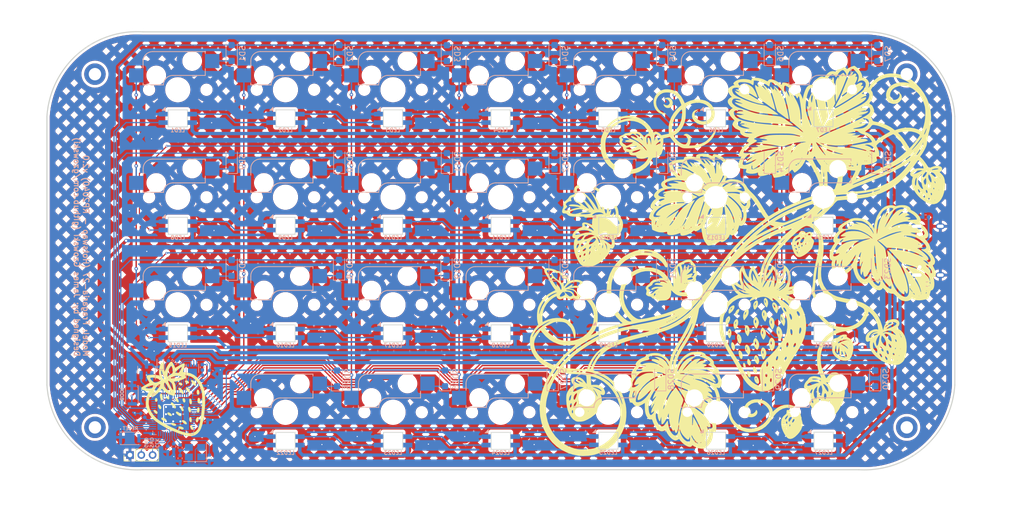
<source format=kicad_pcb>
(kicad_pcb (version 20240108) (generator "pcbnew") (generator_version "8.0")
  (title_block (title "Fragaria") (date "2024-10-05") (rev "1.0") (company "Gzowski.co.uk"))
  (layers (0 "F.Cu" signal) (31 "B.Cu" signal) (34 "B.Paste" user) (35 "F.Paste" user) (36 "B.SilkS" user "B.Silkscreen") (37 "F.SilkS" user "F.Silkscreen") (38 "B.Mask" user) (39 "F.Mask" user) (44 "Edge.Cuts" user))
  (net 0 "")
  (net 1 "GND")
  (net 2 "+3V3")
  (net 3 "+1V1")
  (net 4 "Net-(U3-XIN)")
  (net 5 "VBUS")
  (net 6 "/QSPI_SD1")
  (net 7 "/QSPI_SD3")
  (net 8 "/QSPI_SD0")
  (net 9 "/QSPI_SD2")
  (net 10 "/QSPI_SCLK")
  (net 11 "/QSPI_SS")
  (net 12 "/~{USB_BOOT}")
  (net 13 "/RUN")
  (net 14 "Net-(LED1-DOUT)")
  (net 15 "LED_D_IN")
  (net 16 "Net-(LED2-DOUT)")
  (net 17 "Net-(LED3-DOUT)")
  (net 18 "Net-(LED4-DOUT)")
  (net 19 "Net-(LED5-DOUT)")
  (net 20 "Net-(LED6-DOUT)")
  (net 21 "Net-(LED7-DOUT)")
  (net 22 "Net-(LED8-DOUT)")
  (net 23 "Net-(LED10-DIN)")
  (net 24 "Net-(LED10-DOUT)")
  (net 25 "Net-(LED11-DOUT)")
  (net 26 "Net-(LED12-DOUT)")
  (net 27 "Net-(LED13-DOUT)")
  (net 28 "Net-(LED14-DOUT)")
  (net 29 "Net-(LED15-DOUT)")
  (net 30 "Net-(LED16-DOUT)")
  (net 31 "Net-(LED17-DOUT)")
  (net 32 "Net-(LED18-DOUT)")
  (net 33 "Net-(LED19-DOUT)")
  (net 34 "Net-(LED20-DOUT)")
  (net 35 "Net-(LED21-DOUT)")
  (net 36 "Net-(LED22-DOUT)")
  (net 37 "Net-(LED23-DOUT)")
  (net 38 "Net-(LED24-DOUT)")
  (net 39 "Net-(LED25-DOUT)")
  (net 40 "Net-(LED26-DOUT)")
  (net 41 "Net-(USB1-CC1)")
  (net 42 "Net-(USB1-CC2)")
  (net 43 "/USB_D+")
  (net 44 "Net-(U3-USB_DP)")
  (net 45 "/USB_D-")
  (net 46 "Net-(U3-USB_DM)")
  (net 47 "Net-(U3-XOUT)")
  (net 48 "Net-(SD1-K)")
  (net 49 "ROW1")
  (net 50 "Net-(SD2-K)")
  (net 51 "Net-(SD3-K)")
  (net 52 "Net-(SD4-K)")
  (net 53 "Net-(SD5-K)")
  (net 54 "Net-(SD6-K)")
  (net 55 "Net-(SD7-K)")
  (net 56 "Net-(SD9-K)")
  (net 57 "ROW2")
  (net 58 "Net-(SD10-K)")
  (net 59 "Net-(SD11-K)")
  (net 60 "Net-(SD12-K)")
  (net 61 "Net-(SD13-K)")
  (net 62 "Net-(SD14-K)")
  (net 63 "Net-(SD15-K)")
  (net 64 "ROW3")
  (net 65 "Net-(SD17-K)")
  (net 66 "Net-(SD18-K)")
  (net 67 "Net-(SD19-K)")
  (net 68 "Net-(SD20-K)")
  (net 69 "Net-(SD21-K)")
  (net 70 "Net-(SD22-K)")
  (net 71 "Net-(SD23-K)")
  (net 72 "ROW4")
  (net 73 "Net-(SD25-K)")
  (net 74 "Net-(SD26-K)")
  (net 75 "Net-(SD27-K)")
  (net 76 "Net-(SD28-K)")
  (net 77 "Net-(SD29-K)")
  (net 78 "Net-(SD30-K)")
  (net 79 "COL1")
  (net 80 "COL2")
  (net 81 "COL3")
  (net 82 "COL4")
  (net 83 "COL5")
  (net 84 "COL6")
  (net 85 "COL7")
  (net 86 "/SWCLK")
  (net 87 "/SWD")
  (net 88 "/GPIO11")
  (net 89 "/GPIO22")
  (net 90 "/GPIO26_ADC0")
  (net 91 "/GPIO12")
  (net 92 "/GPIO9")
  (net 93 "/GPIO13")
  (net 94 "/GPIO17")
  (net 95 "/GPIO16")
  (net 96 "/GPIO27_ADC1")
  (net 97 "/GPIO14")
  (net 98 "/GPIO8")
  (net 99 "/GPIO15")
  (net 100 "/GPIO10")
  (net 101 "vsys")
  (footprint "Button_Switch_Keyboard:SW_Cherry_MX_1.00u_PCB_HOTSWAP_Details" (layer "F.Cu") (at 122.6405 112.223)
    (property "Reference" "SW16" (hide yes))
    (property "Value" "CPG151101S11" (hide yes))
  )
  (footprint "LOGO" (layer "F.Cu") (at 200.3125 109.745)
    (property "Reference" "G***" (hide yes))
    (property "Value" "LOGO" (hide yes))
  )
  (footprint "Button_Switch_Keyboard:SW_Cherry_MX_1.00u_PCB_HOTSWAP_Details" (layer "F.Cu") (at 122.6405 131.277955)
    (property "Reference" "SW22" (hide yes))
    (property "Value" "CPG151101S11" (hide yes))
  )
  (footprint "LOGO" (layer "F.Cu") (at 101.147453 133.775226 30)
    (property "Reference" "G***" (hide yes))
    (property "Value" "LOGO" (hide yes))
  )
  (footprint "Button_Switch_Keyboard:SW_Cherry_MX_1.00u_PCB_HOTSWAP_Details" (layer "F.Cu") (at 141.6905 131.273)
    (property "Reference" "SW23" (hide yes))
    (property "Value" "CPG151101S11" (hide yes))
  )
  (footprint "Button_Switch_Keyboard:SW_Cherry_MX_1.00u_PCB_HOTSWAP_Details" (layer "F.Cu") (at 122.6405 93.173)
    (property "Reference" "SW9" (hide yes))
    (property "Value" "CPG151101S11" (hide yes))
  )
  (footprint "Button_Switch_Keyboard:SW_Cherry_MX_1.00u_PCB_HOTSWAP_Details" (layer "F.Cu") (at 103.5905 93.177955)
    (property "Reference" "SW8" (hide yes))
    (property "Value" "CPG151101S11" (hide yes))
  )
  (footprint "Button_Switch_Keyboard:SW_Cherry_MX_1.00u_PCB_HOTSWAP_Details" (layer "F.Cu") (at 198.8375 112.21)
    (property "Reference" "SW20" (hide yes))
    (property "Value" "CPG151101S11" (hide yes))
  )
  (footprint "Button_Switch_Keyboard:SW_Cherry_MX_1.00u_PCB_HOTSWAP_Details" (layer "F.Cu") (at 179.7905 74.123)
    (property "Reference" "SW5" (hide yes))
    (property "Value" "CPG151101S11" (hide yes))
  )
  (footprint "Button_Switch_Keyboard:SW_Cherry_MX_1.00u_PCB_HOTSWAP_Details" (layer "F.Cu") (at 122.6405 74.127955)
    (property "Reference" "SW2" (hide yes))
    (property "Value" "CPG151101S11" (hide yes))
  )
  (footprint "Button_Switch_Keyboard:SW_Cherry_MX_1.00u_PCB_HOTSWAP_Details" (layer "F.Cu") (at 141.6805 93.183)
    (property "Reference" "SW10" (hide yes))
    (property "Value" "CPG151101S11" (hide yes))
  )
  (footprint "" (layer "F.Cu") (at 230.0775 139.03)
    (property "Reference" "hole" (hide yes))
    (property "Value" "hole" (hide yes))
  )
  (footprint "Button_Switch_Keyboard:SW_Cherry_MX_1.00u_PCB_HOTSWAP_Details" (layer "F.Cu") (at 217.8905 131.252955)
    (property "Reference" "SW27" (hide yes))
    (property "Value" "CPG151101S11" (hide yes))
  )
  (footprint "Button_Switch_Keyboard:SW_Cherry_MX_1.00u_PCB_HOTSWAP_Details" (layer "F.Cu") (at 198.8375 131.26)
    (property "Reference" "SW26" (hide yes))
    (property "Value" "CPG151101S11" (hide yes))
  )
  (footprint "Button_Switch_Keyboard:SW_Cherry_MX_1.00u_PCB_HOTSWAP_Details" (layer "F.Cu") (at 160.7405 131.273)
    (property "Reference" "SW24" (hide yes))
    (property "Value" "CPG151101S11" (hide yes))
  )
  (footprint "Connector_PinHeader_2.00mm:PinHeader_1x03_P2.00mm_Vertical" (layer "F.Cu") (at 92.58 143.93 90)
    (property "Reference" "pin" (hide yes))
    (property "Value" "DNP" (hide yes))
  )
  (footprint "" (layer "F.Cu") (at 86.3775 139.03)
    (property "Reference" "hole" (hide yes))
    (property "Value" "hole" (hide yes))
  )
  (footprint "Button_Switch_Keyboard:SW_Cherry_MX_1.00u_PCB_HOTSWAP_Details" (layer "F.Cu") (at 198.8405 74.123)
    (property "Reference" "SW6" (hide yes))
    (property "Value" "CPG151101S11" (hide yes))
  )
  (footprint "Button_Switch_Keyboard:SW_Cherry_MX_1.00u_PCB_HOTSWAP_Details" (layer "F.Cu") (at 217.8805 74.108)
    (property "Reference" "SW7" (hide yes))
    (property "Value" "CPG151101S11" (hide yes))
  )
  (footprint "Button_Switch_Keyboard:SW_Cherry_MX_1.00u_PCB_HOTSWAP_Details" (layer "F.Cu") (at 141.6805 112.233)
    (property "Reference" "SW17" (hide yes))
    (property "Value" "CPG151101S11" (hide yes))
  )
  (footprint "Button_Switch_Keyboard:SW_Cherry_MX_1.00u_PCB_HOTSWAP_Details" (layer "F.Cu") (at 179.8055 93.173)
    (property "Reference" "SW12" (hide yes))
    (property "Value" "CPG151101S11" (hide yes))
  )
  (footprint "Button_Switch_Keyboard:SW_Cherry_MX_1.00u_PCB_HOTSWAP_Details" (layer "F.Cu") (at 198.8405 93.173)
    (property "Reference" "SW13" (hide yes))
    (property "Value" "CPG151101S11" (hide yes))
  )
  (footprint "Button_Switch_Keyboard:SW_Cherry_MX_1.00u_PCB_HOTSWAP_Details" (layer "F.Cu") (at 141.6805 74.127955)
    (property "Reference" "SW3" (hide yes))
    (property "Value" "CPG151101S11" (hide yes))
  )
  (footprint "Button_Switch_Keyboard:SW_Cherry_MX_1.00u_PCB_HOTSWAP_Details" (layer "F.Cu") (at 160.7405 112.223)
    (property "Reference" "SW18" (hide yes))
    (property "Value" "CPG151101S11" (hide yes))
  )
  (footprint "Button_Switch_Keyboard:SW_Cherry_MX_1.00u_PCB_HOTSWAP_Details" (layer "F.Cu") (at 103.5875 112.235)
    (property "Reference" "SW15" (hide yes))
    (property "Value" "CPG151101S11" (hide yes))
  )
  (footprint "" (layer "F.Cu") (at 86.3775 76.45)
    (property "Reference" "hole" (hide yes))
    (property "Value" "hole" (hide yes))
  )
  (footprint "Button_Switch_Keyboard:SW_Cherry_MX_1.00u_PCB_HOTSWAP_Details" (layer "F.Cu") (at 160.7405 93.177955)
    (property "Reference" "SW11" (hide yes))
    (property "Value" "CPG151101S11" (hide yes))
  )
  (footprint "Button_Switch_Keyboard:SW_Cherry_MX_1.00u_PCB_HOTSWAP_Details" (layer "F.Cu") (at 103.5805 74.133)
    (property "Reference" "SW1" (hide yes))
    (property "Value" "CPG151101S11" (hide yes))
  )
  (footprint "Button_Switch_Keyboard:SW_Cherry_MX_1.00u_PCB_HOTSWAP_Details" (layer "F.Cu") (at 160.7405 74.123)
    (property "Reference" "SW4" (hide yes))
    (property "Value" "CPG151101S11" (hide yes))
  )
  (footprint "Button_Switch_Keyboard:SW_Cherry_MX_1.00u_PCB_HOTSWAP_Details" (layer "F.Cu") (at 179.7905 131.258)
    (property "Reference" "SW25" (hide yes))
    (property "Value" "CPG151101S11" (hide yes))
  )
  (footprint "Button_Switch_Keyboard:SW_Cherry_MX_1.00u_PCB_HOTSWAP_Details" (layer "F.Cu") (at 217.8875 112.21)
    (property "Reference" "SW21" (hide yes))
    (property "Value" "CPG151101S11" (hide yes))
  )
  (footprint "" (layer "F.Cu") (at 230.0775 76.45)
    (property "Reference" "hole" (hide yes))
    (property "Value" "hole" (hide yes))
  )
  (footprint "Button_Switch_Keyboard:SW_Cherry_MX_1.00u_PCB_HOTSWAP_Details" (layer "F.Cu") (at 179.8055 112.208)
    (property "Reference" "SW19" (hide yes))
    (property "Value" "CPG151101S11" (hide yes))
  )
  (footprint "Button_Switch_Keyboard:SW_Cherry_MX_1.00u_PCB_HOTSWAP_Details" (layer "F.Cu") (at 217.8805 93.158)
    (property "Reference" "SW14" (hide yes))
    (property "Value" "CPG151101S11" (hide yes))
  )
  (footprint "Stencils:SK6812-MINI-E" (layer "B.Cu") (at 139.1525 122.375 180)
    (property "Reference" "LED17")
    (property "Value" "SK6803MINI-E-001" (hide yes))
    (fp_line (start 1.7 1.5) (end -1.7 1.5) (stroke (width 0.12)) (layer "Edge.Cuts"))
    (fp_line (start 1.7 -1.5) (end 1.7 1.5) (stroke (width 0.12)) (layer "Edge.Cuts"))
    (fp_line (start -1.7 1.5) (end -1.7 -1.5) (stroke (width 0.12)) (layer "Edge.Cuts"))
    (fp_line (start -1.7 -1.5) (end 1.7 -1.5) (stroke (width 0.12)) (layer "Edge.Cuts"))
  )
  (footprint "Stencils:SK6812-MINI-E" (layer "B.Cu") (at 158.2025 141.42 180)
    (property "Reference" "LED24")
    (property "Value" "SK6803MINI-E-001" (hide yes))
    (fp_line (start 1.7 1.5) (end -1.7 1.5) (stroke (width 0.12)) (layer "Edge.Cuts"))
    (fp_line (start 1.7 -1.5) (end 1.7 1.5) (stroke (width 0.12)) (layer "Edge.Cuts"))
    (fp_line (start -1.7 1.5) (end -1.7 -1.5) (stroke (width 0.12)) (layer "Edge.Cuts"))
    (fp_line (start -1.7 -1.5) (end 1.7 -1.5) (stroke (width 0.12)) (layer "Edge.Cuts"))
  )
  (footprint "Diode_SMD:D_SOD-123F" (layer "B.Cu") (at 110.5775 110.775 90)
    (property "Reference" "SD17")
    (property "Value" "1N4148W")
  )
  (footprint "Diode_SMD:D_SOD-123F" (layer "B.Cu") (at 224.8525 72.7 90)
    (property "Reference" "SD7")
    (property "Value" "1N4148W")
  )
  (footprint "Diode_SMD:D_SOD-123F" (layer "B.Cu") (at 129.23 130.3575 90)
    (property "Reference" "SD25")
    (property "Value" "1N4148W" (hide yes))
  )
  (footprint "Capacitor_SMD:C_0402_1005Metric" (layer "B.Cu") (at 105.38 132.13 90)
    (property "Reference" "C15")
    (property "Value" "CC0402KRX5R5BB104")
  )
  (footprint "Diode_SMD:D_SOD-123F" (layer "B.Cu") (at 148.6775 91.843 90)
    (property "Reference" "SD11")
    (property "Value" "1N4148W")
  )
  (footprint "Diode_SMD:D_SOD-123F" (layer "B.Cu") (at 224.8775 91.843 90)
    (property "Reference" "SD15")
    (property "Value" "1N4148W")
  )
  (footprint "Diode_SMD:D_SOD-123F" (layer "B.Cu") (at 148.6025 110.75 90)
    (property "Reference" "SD19")
    (property "Value" "1N4148W")
  )
  (footprint "Diode_SMD:D_SOD-123F" (layer "B.Cu") (at 224.481 130.3475 90)
    (property "Reference" "SD30")
    (property "Value" "1N4148W")
  )
  (footprint "Stencils:SK6812-MINI-E" (layer "B.Cu") (at 120.1025 141.42 180)
    (property "Reference" "LED22")
    (property "Value" "SK6803MINI-E-001" (hide yes))
    (fp_line (start 1.7 1.5) (end -1.7 1.5) (stroke (width 0.12)) (layer "Edge.Cuts"))
    (fp_line (start 1.7 -1.5) (end 1.7 1.5) (stroke (width 0.12)) (layer "Edge.Cuts"))
    (fp_line (start -1.7 1.5) (end -1.7 -1.5) (stroke (width 0.12)) (layer "Edge.Cuts"))
    (fp_line (start -1.7 -1.5) (end 1.7 -1.5) (stroke (width 0.12)) (layer "Edge.Cuts"))
  )
  (footprint "Diode_SMD:D_SOD-123F" (layer "B.Cu") (at 205.8275 72.7 90)
    (property "Reference" "SD6")
    (property "Value" "1N4148W")
  )
  (footprint "Capacitor_SMD:C_0402_1005Metric" (layer "B.Cu") (at 98.2275 131.71875 90)
    (property "Reference" "C3")
    (property "Value" "JMK105BJ105KV-F")
  )
  (footprint "Stencils:SK6812-MINI-E" (layer "B.Cu") (at 101.0325 84.28 180)
    (property "Reference" "LED1")
    (property "Value" "SK6803MINI-E-001" (hide yes))
    (fp_line (start 1.7 1.5) (end -1.7 1.5) (stroke (width 0.12)) (layer "Edge.Cuts"))
    (fp_line (start 1.7 -1.5) (end 1.7 1.5) (stroke (width 0.12)) (layer "Edge.Cuts"))
    (fp_line (start -1.7 1.5) (end -1.7 -1.5) (stroke (width 0.12)) (layer "Edge.Cuts"))
    (fp_line (start -1.7 -1.5) (end 1.7 -1.5) (stroke (width 0.12)) (layer "Edge.Cuts"))
  )
  (footprint "Stencils:SK6812-MINI-E" (layer "B.Cu") (at 120.1025 84.275 180)
    (property "Reference" "LED2")
    (property "Value" "SK6803MINI-E-001" (hide yes))
    (fp_line (start 1.7 1.5) (end -1.7 1.5) (stroke (width 0.12)) (layer "Edge.Cuts"))
    (fp_line (start 1.7 -1.5) (end 1.7 1.5) (stroke (width 0.12)) (layer "Edge.Cuts"))
    (fp_line (start -1.7 1.5) (end -1.7 -1.5) (stroke (width 0.12)) (layer "Edge.Cuts"))
    (fp_line (start -1.7 -1.5) (end 1.7 -1.5) (stroke (width 0.12)) (layer "Edge.Cuts"))
  )
  (footprint "Capacitor_SMD:C_0402_1005Metric" (layer "B.Cu") (at 101.45 144.50625 -90)
    (property "Reference" "C2")
    (property "Value" "GJM1555C1H220JB01D")
  )
  (footprint "Stencils:SK6812-MINI-E" (layer "B.Cu") (at 139.1525 141.42 180)
    (property "Reference" "LED23")
    (property "Value" "SK6803MINI-E-001" (hide yes))
    (fp_line (start 1.7 1.5) (end -1.7 1.5) (stroke (width 0.12)) (layer "Edge.Cuts"))
    (fp_line (start 1.7 -1.5) (end 1.7 1.5) (stroke (width 0.12)) (layer "Edge.Cuts"))
    (fp_line (start -1.7 1.5) (end -1.7 -1.5) (stroke (width 0.12)) (layer "Edge.Cuts"))
    (fp_line (start -1.7 -1.5) (end 1.7 -1.5) (stroke (width 0.12)) (layer "Edge.Cuts"))
  )
  (footprint "Stencils:SK6812-MINI-E" (layer "B.Cu") (at 177.2525 84.27 180)
    (property "Reference" "LED5")
    (property "Value" "SK6803MINI-E-001" (hide yes))
    (fp_line (start 1.7 1.5) (end -1.7 1.5) (stroke (width 0.12)) (layer "Edge.Cuts"))
    (fp_line (start 1.7 -1.5) (end 1.7 1.5) (stroke (width 0.12)) (layer "Edge.Cuts"))
    (fp_line (start -1.7 1.5) (end -1.7 -1.5) (stroke (width 0.12)) (layer "Edge.Cuts"))
    (fp_line (start -1.7 -1.5) (end 1.7 -1.5) (stroke (width 0.12)) (layer "Edge.Cuts"))
  )
  (footprint "Capacitor_SMD:C_0402_1005Metric" (layer "B.Cu") (at 106.615 144.41625 -90)
    (property "Reference" "C19")
    (property "Value" "GJM1555C1H220JB01D")
  )
  (footprint "Stencils:SK6812-MINI-E" (layer "B.Cu") (at 101.0525 103.32 180)
    (property "Reference" "LED8")
    (property "Value" "SK6803MINI-E-001" (hide yes))
    (fp_line (start 1.7 1.5) (end -1.7 1.5) (stroke (width 0.12)) (layer "Edge.Cuts"))
    (fp_line (start 1.7 -1.5) (end 1.7 1.5) (stroke (width 0.12)) (layer "Edge.Cuts"))
    (fp_line (start -1.7 1.5) (end -1.7 -1.5) (stroke (width 0.12)) (layer "Edge.Cuts"))
    (fp_line (start -1.7 -1.5) (end 1.7 -1.5) (stroke (width 0.12)) (layer "Edge.Cuts"))
  )
  (footprint "Stencils:SK6812-MINI-E" (layer "B.Cu") (at 120.1025 122.37 180)
    (property "Reference" "LED16")
    (property "Value" "SK6803MINI-E-001" (hide yes))
    (fp_line (start 1.7 1.5) (end -1.7 1.5) (stroke (width 0.12)) (layer "Edge.Cuts"))
    (fp_line (start 1.7 -1.5) (end 1.7 1.5) (stroke (width 0.12)) (layer "Edge.Cuts"))
    (fp_line (start -1.7 1.5) (end -1.7 -1.5) (stroke (width 0.12)) (layer "Edge.Cuts"))
    (fp_line (start -1.7 -1.5) (end 1.7 -1.5) (stroke (width 0.12)) (layer "Edge.Cuts"))
  )
  (footprint "Stencils:SK6812-MINI-E" (layer "B.Cu") (at 215.3525 141.395 180)
    (property "Reference" "LED27")
    (property "Value" "SK6803MINI-E-001" (hide yes))
    (fp_line (start 1.7 1.5) (end -1.7 1.5) (stroke (width 0.12)) (layer "Edge.Cuts"))
    (fp_line (start 1.7 -1.5) (end 1.7 1.5) (stroke (width 0.12)) (layer "Edge.Cuts"))
    (fp_line (start -1.7 1.5) (end -1.7 -1.5) (stroke (width 0.12)) (layer "Edge.Cuts"))
    (fp_line (start -1.7 -1.5) (end 1.7 -1.5) (stroke (width 0.12)) (layer "Edge.Cuts"))
  )
  (footprint "Package_SON:SON-8-1EP_3x2mm_P0.5mm_EP1.4x1.6mm" (layer "B.Cu") (at 103.63 129.33 90)
    (property "Reference" "FLASH1")
    (property "Value" "w25q16jvuxiq")
  )
  (footprint "Diode_SMD:D_SOD-123F" (layer "B.Cu") (at 186.7775 72.7 90)
    (property "Reference" "SD5")
    (property "Value" "1N4148W")
  )
  (footprint "Button_Switch_SMD:SW_SPST_CK_KXT3" (layer "B.Cu") (at 92.53 140.97 180)
    (property "Reference" "J1")
    (property "Value" "KXT331LHS")
  )
  (footprint "Stencils:SK6812-MINI-E" (layer "B.Cu") (at 139.1275 103.32 180)
    (property "Reference" "LED10")
    (property "Value" "SK6803MINI-E-001" (hide yes))
    (fp_line (start 1.7 1.5) (end -1.7 1.5) (stroke (width 0.12)) (layer "Edge.Cuts"))
    (fp_line (start 1.7 -1.5) (end 1.7 1.5) (stroke (width 0.12)) (layer "Edge.Cuts"))
    (fp_line (start -1.7 1.5) (end -1.7 -1.5) (stroke (width 0.12)) (layer "Edge.Cuts"))
    (fp_line (start -1.7 -1.5) (end 1.7 -1.5) (stroke (width 0.12)) (layer "Edge.Cuts"))
  )
  (footprint "Capacitor_SMD:C_0402_1005Metric" (layer "B.Cu") (at 99.2525 142.85 -90)
    (property "Reference" "C7")
    (property "Value" "CC0402KRX5R5BB104")
  )
  (footprint "Stencils:SK6812-MINI-E" (layer "B.Cu") (at 177.2525 141.395 180)
    (property "Reference" "LED25")
    (property "Value" "SK6803MINI-E-001" (hide yes))
    (fp_line (start 1.7 1.5) (end -1.7 1.5) (stroke (width 0.12)) (layer "Edge.Cuts"))
    (fp_line (start 1.7 -1.5) (end 1.7 1.5) (stroke (width 0.12)) (layer "Edge.Cuts"))
    (fp_line (start -1.7 1.5) (end -1.7 -1.5) (stroke (width 0.12)) (layer "Edge.Cuts"))
    (fp_line (start -1.7 -1.5) (end 1.7 -1.5) (stroke (width 0.12)) (layer "Edge.Cuts"))
  )
  (footprint "Stencils:SK6812-MINI-E" (layer "B.Cu") (at 158.1775 84.27 180)
    (property "Reference" "LED4")
    (property "Value" "SK6803MINI-E-001" (hide yes))
    (fp_line (start 1.7 1.5) (end -1.7 1.5) (stroke (width 0.12)) (layer "Edge.Cuts"))
    (fp_line (start 1.7 -1.5) (end 1.7 1.5) (stroke (width 0.12)) (layer "Edge.Cuts"))
    (fp_line (start -1.7 1.5) (end -1.7 -1.5) (stroke (width 0.12)) (layer "Edge.Cuts"))
    (fp_line (start -1.7 -1.5) (end 1.7 -1.5) (stroke (width 0.12)) (layer "Edge.Cuts"))
  )
  (footprint "Stencils:SK6812-MINI-E" (layer "B.Cu") (at 177.2525 103.32 180)
    (property "Reference" "LED12")
    (property "Value" "SK6803MINI-E-001" (hide yes))
    (fp_line (start 1.7 1.5) (end -1.7 1.5) (stroke (width 0.12)) (layer "Edge.Cuts"))
    (fp_line (start 1.7 -1.5) (end 1.7 1.5) (stroke (width 0.12)) (layer "Edge.Cuts"))
    (fp_line (start -1.7 1.5) (end -1.7 -1.5) (stroke (width 0.12)) (layer "Edge.Cuts"))
    (fp_line (start -1.7 -1.5) (end 1.7 -1.5) (stroke (width 0.12)) (layer "Edge.Cuts"))
  )
  (footprint "Capacitor_SMD:C_0402_1005Metric" (layer "B.Cu") (at 94.83 136.89625 135)
    (property "Reference" "C11")
    (property "Value" "CC0402KRX5R5BB104")
  )
  (footprint "Resistor_SMD:R_0402_1005Metric" (layer "B.Cu") (at 99.77 126.83 -135)
    (property "Reference" "R4")
    (property "Value" "CRG0402F27R")
  )
  (footprint "Capacitor_SMD:C_0402_1005Metric" (layer "B.Cu") (at 105.84 137.68)
    (property "Reference" "C8")
    (property "Value" "CC0402KRX5R5BB104")
  )
  (footprint "Capacitor_SMD:C_0402_1005Metric" (layer "B.Cu") (at 100.79 130.27 90)
    (property "Reference" "C6")
    (property "Value" "CC0402KRX5R5BB104")
  )
  (footprint "Diode_SMD:D_SOD-123F" (layer "B.Cu") (at 129.5775 110.75 90)
    (property "Reference" "SD18")
    (property "Value" "1N4148W")
  )
  (footprint "Stencils:SK6812-MINI-E" (layer "B.Cu") (at 196.3025 141.4 180)
    (property "Reference" "LED26")
    (property "Value" "SK6803MINI-E-001" (hide yes))
    (fp_line (start 1.7 1.5) (end -1.7 1.5) (stroke (width 0.12)) (layer "Edge.Cuts"))
    (fp_line (start 1.7 -1.5) (end 1.7 1.5) (stroke (width 0.12)) (layer "Edge.Cuts"))
    (fp_line (start -1.7 1.5) (end -1.7 -1.5) (stroke (width 0.12)) (layer "Edge.Cuts"))
    (fp_line (start -1.7 -1.5) (end 1.7 -1.5) (stroke (width 0.12)) (layer "Edge.Cuts"))
  )
  (footprint "Stencils:SK6812-MINI-E" (layer "B.Cu") (at 158.2025 103.32 180)
    (property "Reference" "LED11")
    (property "Value" "SK6803MINI-E-001" (hide yes))
    (fp_line (start 1.7 1.5) (end -1.7 1.5) (stroke (width 0.12)) (layer "Edge.Cuts"))
    (fp_line (start 1.7 -1.5) (end 1.7 1.5) (stroke (width 0.12)) (layer "Edge.Cuts"))
    (fp_line (start -1.7 1.5) (end -1.7 -1.5) (stroke (width 0.12)) (layer "Edge.Cuts"))
    (fp_line (start -1.7 -1.5) (end 1.7 -1.5) (stroke (width 0.12)) (layer "Edge.Cuts"))
  )
  (footprint "Diode_SMD:D_SOD-123F" (layer "B.Cu") (at 148.6775 72.725 90)
    (property "Reference" "SD3")
    (property "Value" "1N4148W")
  )
  (footprint "Diode_SMD:D_SOD-123F" (layer "B.Cu") (at 205.497 130.3595 90)
    (property "Reference" "SD29")
    (property "Value" "1N4148W")
  )
  (footprint "Stencils:SK6812-MINI-E" (layer "B.Cu") (at 177.2775 122.345 180)
    (property "Reference" "LED19")
    (property "Value" "SK6803MINI-E-001" (hide yes))
    (fp_line (start 1.7 1.5) (end -1.7 1.5) (stroke (width 0.12)) (layer "Edge.Cuts"))
    (fp_line (start 1.7 -1.5) (end 1.7 1.5) (stroke (width 0.12)) (layer "Edge.Cuts"))
    (fp_line (start -1.7 1.5) (end -1.7 -1.5) (stroke (width 0.12)) (layer "Edge.Cuts"))
    (fp_line (start -1.7 -1.5) (end 1.7 -1.5) (stroke (width 0.12)) (layer "Edge.Cuts"))
  )
  (footprint "Stencils:SK6812-MINI-E" (layer "B.Cu") (at 215.3525 122.35 180)
    (property "Reference" "LED21")
    (property "Value" "SK6803MINI-E-001" (hide yes))
    (fp_line (start 1.7 1.5) (end -1.7 1.5) (stroke (width 0.12)) (layer "Edge.Cuts"))
    (fp_line (start 1.7 -1.5) (end 1.7 1.5) (stroke (width 0.12)) (layer "Edge.Cuts"))
    (fp_line (start -1.7 1.5) (end -1.7 -1.5) (stroke (width 0.12)) (layer "Edge.Cuts"))
    (fp_line (start -1.7 -1.5) (end 1.7 -1.5) (stroke (width 0.12)) (layer "Edge.Cuts"))
  )
  (footprint "Diode_SMD:D_SOD-123F" (layer "B.Cu") (at 167.7275 72.7 90)
    (property "Reference" "SD4")
    (property "Value" "1N4148W")
  )
  (footprint "Stencils:SK6812-MINI-E" (layer "B.Cu") (at 120.1025 103.32 180)
    (property "Reference" "LED9")
    (property "Value" "SK6803MINI-E-001" (hide yes))
    (fp_line (start 1.7 1.5) (end -1.7 1.5) (stroke (width 0.12)) (layer "Edge.Cuts"))
    (fp_line (start 1.7 -1.5) (end 1.7 1.5) (stroke (width 0.12)) (layer "Edge.Cuts"))
    (fp_line (start -1.7 1.5) (end -1.7 -1.5) (stroke (width 0.12)) (layer "Edge.Cuts"))
    (fp_line (start -1.7 -1.5) (end 1.7 -1.5) (stroke (width 0.12)) (layer "Edge.Cuts"))
  )
  (footprint "Stencils:SK6812-MINI-E" (layer "B.Cu") (at 196.3025 122.35 180)
    (property "Reference" "LED20")
    (property "Value" "SK6803MINI-E-001" (hide yes))
    (fp_line (start 1.7 1.5) (end -1.7 1.5) (stroke (width 0.12)) (layer "Edge.Cuts"))
    (fp_line (start 1.7 -1.5) (end 1.7 1.5) (stroke (width 0.12)) (layer "Edge.Cuts"))
    (fp_line (start -1.7 1.5) (end -1.7 -1.5) (stroke (width 0.12)) (layer "Edge.Cuts"))
    (fp_line (start -1.7 -1.5) (end 1.7 -1.5) (stroke (width 0.12)) (layer "Edge.Cuts"))
  )
  (footprint "HRO-TYPE-C31-M-12:HRO-TYPE-C-31-M-12" (layer "B.Cu") (at 238.6125 107.725 -90)
    (property "Reference" "USB2")
    (property "Value" "TYPE-C-31-M-12")
  )
  (footprint "RP2040_minimal:RP2040-QFN-56" (layer "B.Cu") (at 100.2275 136.69375 180)
    (property "Reference" "U3")
    (property "Value" "RP2040")
  )
  (footprint "Diode_SMD:D_SOD-123F" (layer "B.Cu") (at 205.8275 91.843 90)
    (property "Reference" "SD14")
    (property "Value" "1N4148W")
  )
  (footprint "Diode_SMD:D_SOD-123F" (layer "B.Cu") (at 167.7275 110.775 90)
    (property "Reference" "SD20")
    (property "Value" "1N4148W")
  )
  (footprint "Diode_SMD:D_SOD-123F" (layer "B.Cu") (at 167.7275 91.843 90)
    (property "Reference" "SD12")
    (property "Value" "1N4148W")
  )
  (footprint "Capacitor_SMD:C_0402_1005Metric" (layer "B.Cu") (at 95.46 133.63 90)
    (property "Reference" "C14")
    (property "Value" "CC0402KRX5R5BB104")
  )
  (footprint "Stencils:SK6812-MINI-E" (layer "B.Cu") (at 139.1275 84.27 180)
    (property "Reference" "LED3")
    (property "Value" "SK6803MINI-E-001" (hide yes))
    (fp_line (start 1.7 1.5) (end -1.7 1.5) (stroke (width 0.12)) (layer "Edge.Cuts"))
    (fp_line (start 1.7 -1.5) (end 1.7 1.5) (stroke (width 0.12)) (layer "Edge.Cuts"))
    (fp_line (start -1.7 1.5) (end -1.7 -1.5) (stroke (width 0.12)) (layer "Edge.Cuts"))
    (fp_line (start -1.7 -1.5) (end 1.7 -1.5) (stroke (width 0.12)) (layer "Edge.Cuts"))
  )
  (footprint "Stencils:SK6812-MINI-E" (layer "B.Cu") (at 215.3275 103.295 180)
    (property "Reference" "LED14")
    (property "Value" "SK6803MINI-E-001" (hide yes))
    (fp_line (start 1.7 1.5) (end -1.7 1.5) (stroke (width 0.12)) (layer "Edge.Cuts"))
    (fp_line (start 1.7 -1.5) (end 1.7 1.5) (stroke (width 0.12)) (layer "Edge.Cuts"))
    (fp_line (start -1.7 1.5) (end -1.7 -1.5) (stroke (width 0.12)) (layer "Edge.Cuts"))
    (fp_line (start -1.7 -1.5) (end 1.7 -1.5) (stroke (width 0.12)) (layer "Edge.Cuts"))
  )
  (footprint "Crystal:Crystal_SMD_3225-4Pin_3.2x2.5mm" (layer "B.Cu") (at 104.1 143.42625 180)
    (property "Reference" "Y1")
    (property "Value" " TAXM12M4RKDCDT2T")
  )
  (footprint "Diode_SMD:D_SOD-123F" (layer "B.Cu") (at 224.8025 110.775 90)
    (property "Reference" "SD23")
    (property "Value" "1N4148W")
  )
  (footprint "Capacitor_SMD:C_0402_1005Metric" (layer "B.Cu") (at 105.38 128.38625 90)
    (property "Reference" "R1")
    (property "Value" "CRT0402AFY-1001GLF")
  )
  (footprint "Diode_SMD:D_SOD-123F" (layer "B.Cu") (at 148.347 130.3475 90)
    (property "Reference" "SD26")
    (property "Value" "1N4148W" (hide yes))
  )
  (footprint "Diode_SMD:D_SOD-123F" (layer "B.Cu") (at 129.6275 91.85 90)
    (property "Reference" "SD10")
    (property "Value" "1N4148W")
  )
  (footprint "Resistor_SMD:R_0402_1005Metric" (layer "B.Cu") (at 100.53 127.53 -135)
    (property "Reference" "R3")
    (property "Value" "CRG0402F27R")
  )
  (footprint "Diode_SMD:D_SOD-123F" (layer "B.Cu") (at 110.5775 72.7 90)
    (property "Reference" "SD1")
    (property "Value" "1N4148W")
  )
  (footprint "Capacitor_SMD:C_0402_1005Metric" (layer "B.Cu") (at 97.3025 131.71875 90)
    (property "Reference" "C10")
    (property "Value" "JMK105BJ105KV-F")
  )
  (footprint "Stencils:SK6812-MINI-E" (layer "B.Cu") (at 158.2025 122.37 180)
    (property "Reference" "LED18")
    (property "Value" "SK6803MINI-E-001" (hide yes))
    (fp_line (start 1.7 1.5) (end -1.7 1.5) (stroke (width 0.12)) (layer "Edge.Cuts"))
    (fp_line (start 1.7 -1.5) (end 1.7 1.5) (stroke (width 0.12)) (layer "Edge.Cuts"))
    (fp_line (start -1.7 1.5) (end -1.7 -1.5) (stroke (width 0.12)) (layer "Edge.Cuts"))
    (fp_line (start -1.7 -1.5) (end 1.7 -1.5) (stroke (width 0.12)) (layer "Edge.Cuts"))
  )
  (footprint "Capacitor_SMD:C_0402_1005Metric" (layer "B.Cu") (at 101.45 142.62625 90)
    (property "Reference" "R7")
    (property "Value" "CRT0402AFY-1001GLF")
  )
  (footprint "Resistor_SMD:R_0402_1005Metric" (layer "B.Cu") (at 233.6525 113.65)
    (property "Reference" "R6")
    (property "Value" "CR0402F5K10Q10Z")
  )
  (footprint "Diode_SMD:D_SOD-123F" (layer "B.Cu") (at 110.5775 91.843 90)
    (property "Reference" "SD9")
    (property "Value" "1N4148W")
  )
  (footprint "Stencils:SK6812-MINI-E" (layer "B.Cu") (at 196.3025 84.27 180)
    (property "Reference" "LED6")
    (property "Value" "SK6803MINI-E-001" (hide yes))
    (fp_line (start 1.7 1.5) (end -1.7 1.5) (stroke (width 0.12)) (layer "Edge.Cuts"))
    (fp_line (start 1.7 -1.5) (end 1.7 1.5) (stroke (width 0.12)) (layer "Edge.Cuts"))
    (fp_line (start -1.7 1.5) (end -1.7 -1.5) (stroke (width 0.12)) (layer "Edge.Cuts"))
    (fp_line (start -1.7 -1.5) (end 1.7 -1.5) (stroke (width 0.12)) (layer "Edge.Cuts"))
  )
  (footprint "Diode_SMD:D_SOD-123F" (layer "B.Cu") (at 186.447 130.3595 90)
    (property "Reference" "SD28")
    (property "Value" "1N4148W")
  )
  (footprint "Stencils:SK6812-MINI-E" (layer "B.Cu") (at 101.0525 122.375 180)
    (property "Reference" "LED15")
    (property "Value" "SK6803MINI-E-001" (hide yes))
    (fp_line (start 1.7 1.5) (end -1.7 1.5) (stroke (width 0.12)) (layer "Edge.Cuts"))
    (fp_line (start 1.7 -1.5) (end 1.7 1.5) (stroke (width 0.12)) (layer "Edge.Cuts"))
    (fp_line (start -1.7 1.5) (end -1.7 -1.5) (stroke (width 0.12)) (layer "Edge.Cuts"))
    (fp_line (start -1.7 -1.5) (end 1.7 -1.5) (stroke (width 0.12)) (layer "Edge.Cuts"))
  )
  (footprint "Diode_SMD:D_SOD-123F" (layer "B.Cu") (at 186.7775 110.775 90)
    (property "Reference" "SD21")
    (property "Value" "1N4148W")
  )
  (footprint "Diode_SMD:D_SOD-123F" (layer "B.Cu") (at 167.397 130.3475 90)
    (property "Reference" "SD27")
    (property "Value" "1N4148W")
  )
  (footprint "Capacitor_SMD:C_0402_1005Metric" (layer "B.Cu") (at 99.82 130.27 90)
    (property "Reference" "C13")
    (property "Value" "CC0402KRX5R5BB104")
  )
  (footprint "Capacitor_SMD:C_0402_1005Metric" (layer "B.Cu") (at 105.38 130.28 90)
    (property "Reference" "R2")
    (property "Value" "CRT0402ADY-1002GLF")
  )
  (footprint "Diode_SMD:D_SOD-523" (layer "B.Cu") (at 97.9525 127.61875 90)
    (property "Reference" "D1")
    (property "Value" "RB520SM-40T2R")
  )
  (footprint "Capacitor_SMD:C_0402_1005Metric" (layer "B.Cu") (at 96.3275 131.71875 90)
    (property "Reference" "C4")
    (property "Value" "JMK105BJ105KV-F")
  )
  (footprint "Resistor_SMD:R_0402_1005Metric" (layer "B.Cu") (at 233.4275 101.775)
    (property "Reference" "R5")
    (property "Value" "CR0402F5K10Q10Z")
  )
  (footprint "Stencils:SK6812-MINI-E" (layer "B.Cu") (at 196.3025 103.32 180)
    (property "Reference" "LED13")
    (property "Value" "SK6803MINI-E-001" (hide yes))
    (fp_line (start 1.7 1.5) (end -1.7 1.5) (stroke (width 0.12)) (layer "Edge.Cuts"))
    (fp_line (start 1.7 -1.5) (end 1.7 1.5) (stroke (width 0.12)) (layer "Edge.Cuts"))
    (fp_line (start -1.7 1.5) (end -1.7 -1.5) (stroke (width 0.12)) (layer "Edge.Cuts"))
    (fp_line (start -1.7 -1.5) (end 1.7 -1.5) (stroke (width 0.12)) (layer "Edge.Cuts"))
  )
  (footprint "Button_Switch_SMD:SW_SPST_CK_KXT3" (layer "B.Cu") (at 92.91 133.24 90)
    (property "Reference" "J2")
    (property "Value" "KXT331LHS")
  )
  (footprint "Capacitor_SMD:C_0402_1005Metric" (layer "B.Cu") (at 100.32 142.43 -90)
    (property "Reference" "C18")
    (property "Value" "CC0402KRX5R5BB104")
  )
  (footprint "Diode_SMD:D_SOD-123F" (layer "B.Cu") (at 129.6275 72.7 90)
    (property "Reference" "SD2")
    (property "Value" "1N4148W")
  )
  (footprint "Capacitor_SMD:C_0402_1005Metric" (layer "B.Cu") (at 98.2025 129.84375 -90)
    (property "Reference" "C1")
    (property "Value" "JMK105BJ105KV-F")
  )
  (footprint "Diode_SMD:D_SOD-123F" (layer "B.Cu") (at 186.7775 91.843 90)
    (property "Reference" "SD13")
    (property "Value" "1N4148W")
  )
  (footprint "Diode_SMD:D_SOD-123F" (layer "B.Cu") (at 205.8275 110.75 90)
    (property "Reference" "SD22")
    (property "Value" "1N4148W")
  )
  (footprint "Package_TO_SOT_SMD:SOT-23" (layer "B.Cu") (at 95.5025 128.83125 90)
    (property "Reference" "U1")
    (property "Value" "AP2210N-3.3TRG1")
  )
  (footprint "Capacitor_SMD:C_0402_1005Metric" (layer "B.Cu") (at 107.0125 129.23625 -45)
    (property "Reference" "C5")
    (property "Value" "CC0402KRX5R5BB104")
  )
  (footprint "Stencils:SK6812-MINI-E" (layer "B.Cu") (at 215.3275 84.245 180)
    (property "Reference" "LED7")
    (property "Value" "SK6803MINI-E-001" (hide yes))
    (fp_line (start 1.7 1.5) (end -1.7 1.5) (stroke (width 0.12)) (layer "Edge.Cuts"))
    (fp_line (start 1.7 -1.5) (end 1.7 1.5) (stroke (width 0.12)) (layer "Edge.Cuts"))
    (fp_line (start -1.7 1.5) (end -1.7 -1.5) (stroke (width 0.12)) (layer "Edge.Cuts"))
    (fp_line (start -1.7 -1.5) (end 1.7 -1.5) (stroke (width 0.12)) (layer "Edge.Cuts"))
  )
  (gr_line (start 238.5775 131.53) (end 238.5775 83.95) (stroke (width 0.2)) (layer "Edge.Cuts"))
  (gr_line (start 77.8775 131.53) (end 77.8775 83.95) (stroke (width 0.2)) (layer "Edge.Cuts"))
  (gr_line (start 221.5775 68.95) (end 94.8775 68.95) (stroke (width 0.2)) (layer "Edge.Cuts"))
  (gr_line (start 94.8775 146.53) (end 221.5775 146.53) (stroke (width 0.2)) (layer "Edge.Cuts"))
  (gr_arc (start 221.5775 68.95) (mid 233.184102 72.929185) (end 238.5775 83.95) (stroke (width 0.2)) (layer "Edge.Cuts"))
  (gr_arc (start 238.5775 131.53) (mid 233.184102 142.550815) (end 221.5775 146.53) (stroke (width 0.2)) (layer "Edge.Cuts"))
  (gr_arc (start 94.8775 146.53) (mid 83.270897 142.550817) (end 77.8775 131.53) (stroke (width 0.2)) (layer "Edge.Cuts"))
  (gr_arc (start 77.8775 83.95) (mid 83.270898 72.929185) (end 94.8775 68.95) (stroke (width 0.2)) (layer "Edge.Cuts"))
  (gr_text "RESET" (at 94.1 139.57 0) (layer "B.SilkS") (effects (font (size 0.6 0.6) (thickness 0.125) (bold yes)) (justify left bottom mirror)))
  (gr_text "CLK\nSWD\nGND" (at 95.09 142.74 270) (layer "B.SilkS") (effects (font (size 0.6 0.6) (thickness 0.125) (bold yes)) (justify left bottom mirror)))
  (gr_text "BOOT" (at 90.78 134.35 270) (layer "B.SilkS") (effects (font (size 0.6 0.6) (thickness 0.125) (bold yes)) (justify left bottom mirror)))
  (gr_text "Model: Fragaria-27 (Hotswap - RP2040) v2.0\nDesigned by: James Gzowski (github.com/gzowski)" (at 82.5825 126.595 270) (layer "B.SilkS") (effects (font (size 1 1) (thickness 0.2) (bold yes)) (justify left bottom mirror)))
  (via (at 145.4025 142) (size 0.4) (drill 0.2) (layers "F.Cu" "B.Cu") (net 1))
  (via (at 113.93 120.6) (size 0.4) (drill 0.2) (layers "F.Cu" "B.Cu") (net 1))
  (via (at 203.4025 122.975) (size 0.4) (drill 0.2) (layers "F.Cu" "B.Cu") (net 1))
  (via (at 100.65 128.79) (size 0.4) (drill 0.2) (layers "F.Cu" "B.Cu") (net 1))
  (via (at 101.2205 139.35075) (size 0.4) (drill 0.2) (layers "F.Cu" "B.Cu") (net 1))
  (via (at 170.4525 140.625) (size 0.4) (drill 0.2) (layers "F.Cu" "B.Cu") (net 1))
  (via (at 114.7025 140.65) (size 0.4) (drill 0.2) (layers "F.Cu" "B.Cu") (net 1))
  (via (at 96.8525 125.525) (size 0.4) (drill 0.2) (layers "F.Cu" "B.Cu") (net 1))
  (via (at 183.8775 104.125) (size 0.4) (drill 0.2) (layers "F.Cu" "B.Cu") (net 1))
  (via (at 230.62 113.78) (size 0.6) (drill 0.3) (layers "F.Cu" "B.Cu") (net 1))
  (via (at 94.65 132.42) (size 0.4) (drill 0.2) (layers "F.Cu" "B.Cu") (net 1))
  (via (at 183.2775 142.3) (size 0.4) (drill 0.2) (layers "F.Cu" "B.Cu") (net 1))
  (via (at 100.3275 144.2) (size 0.4) (drill 0.2) (layers "F.Cu" "B.Cu") (net 1))
  (via (at 126.8525 85.1) (size 0.4) (drill 0.2) (layers "F.Cu" "B.Cu") (net 1))
  (via (at 95.5 129.76) (size 0.4) (drill 0.2) (layers "F.Cu" "B.Cu") (net 1))
  (via (at 126.4775 104.2) (size 0.4) (drill 0.2) (layers "F.Cu" "B.Cu") (net 1))
  (via (at 108.57 128.84) (size 0.4) (drill 0.2) (layers "F.Cu" "B.Cu") (net 1))
  (via (at 95.55 107.85) (size 0.4) (drill 0.2) (layers "F.Cu" "B.Cu") (net 1))
  (via (at 90.9025 139.34) (size 0.4) (drill 0.2) (layers "F.Cu" "B.Cu") (net 1))
  (via (at 102.57 131.29) (size 0.4) (drill 0.2) (layers "F.Cu" "B.Cu") (net 1))
  (via (at 164.1275 142.075) (size 0.4) (drill 0.2) (layers "F.Cu" "B.Cu") (net 1))
  (via (at 146.0025 123.05) (size 0.4) (drill 0.2) (layers "F.Cu" "B.Cu") (net 1))
  (via (at 96.39 87.89) (size 0.4) (drill 0.2) (layers "F.Cu" "B.Cu") (net 1))
  (via (at 164.6525 104.125) (size 0.4) (drill 0.2) (layers "F.Cu" "B.Cu") (net 1))
  (via (at 164.8775 85.175) (size 0.4) (drill 0.2) (layers "F.Cu" "B.Cu") (net 1))
  (via (at 208.6025 140.625) (size 0.4) (drill 0.2) (layers "F.Cu" "B.Cu") (net 1))
  (via (at 93.42 136.46) (size 0.4) (drill 0.2) (layers "F.Cu" "B.Cu") (net 1))
  (via (at 165.0275 122.9) (size 0.4) (drill 0.2) (layers "F.Cu" "B.Cu") (net 1))
  (via (at 202.9025 104.2) (size 0.4) (drill 0.2) (layers "F.Cu" "B.Cu") (net 1))
  (via (at 106.43 131.65) (size 0.4) (drill 0.2) (layers "F.Cu" "B.Cu") (net 1))
  (via (at 104.13 145.20625) (size 0.4) (drill 0.2) (layers "F.Cu" "B.Cu") (net 1))
  (via (at 132.8025 140.65) (size 0.4) (drill 0.2) (layers "F.Cu" "B.Cu") (net 1))
  (via (at 107.4525 104.15) (size 0.4) (drill 0.2) (layers "F.Cu" "B.Cu") (net 1))
  (via (at 107.0275 85.05) (size 0.4) (drill 0.2) (layers "F.Cu" "B.Cu") (net 1))
  (via (at 151.8275 140.65) (size 0.4) (drill 0.2) (layers "F.Cu" "B.Cu") (net 1))
  (via (at 202.9025 142.225) (size 0.4) (drill 0.2) (layers "F.Cu" "B.Cu") (net 1))
  (via (at 126.3275 123.05) (size 0.4) (drill 0.2) (layers "F.Cu" "B.Cu") (net 1))
  (via (at 126.5525 142.075) (size 0.4) (drill 0.2) (layers "F.Cu" "B.Cu") (net 1))
  (via (at 96.5525 140.225) (size 0.4) (drill 0.2) (layers "F.Cu" "B.Cu") (net 1))
  (via (at 228.7 103.49) (size 0.6) (drill 0.3) (layers "F.Cu" "B.Cu") (net 1))
  (via (at 203.1025 85.025) (size 0.4) (drill 0.2) (layers "F.Cu" "B.Cu") (net 1))
  (via (at 107.23 137.7) (size 0.4) (drill 0.2) (layers "F.Cu" "B.Cu") (net 1))
  (via (at 184.1025 122.975) (size 0.4) (drill 0.2) (layers "F.Cu" "B.Cu") (net 1))
  (via (at 145.8025 85) (size 0.4) (drill 0.2) (layers "F.Cu" "B.Cu") (net 1))
  (via (at 183.7275 84.95) (size 0.4) (drill 0.2) (layers "F.Cu" "B.Cu") (net 1))
  (via (at 189.4025 140.65) (size 0.4) (drill 0.2) (layers "F.Cu" "B.Cu") (net 1))
  (via (at 92.49 100.67) (size 0.4) (drill 0.2) (layers "F.Cu" "B.Cu") (net 1))
  (via (at 145.3275 104.05) (size 0.4) (drill 0.2) (layers "F.Cu" "B.Cu") (net 1))
  (segment (start 103.63 129.51) (end 103.63 129.33) (width 0.15) (layer "B.Cu") (net 1))
  (segment (start 93.516839 136.556839) (end 94.490589 136.556839) (width 0.2) (layer "B.Cu") (net 1))
  (segment (start 103 145.09) (end 103 144.27625) (width 0.2) (layer "B.Cu") (net 1))
  (segment (start 103.11625 145.20625) (end 103 145.09) (width 0.2) (layer "B.Cu") (net 1))
  (segment (start 106.305 145.20625) (end 106.615 144.89625) (width 0.15) (layer "B.Cu") (net 1))
  (segment (start 96.4525 131.11375) (end 96.3275 131.23875) (width 0.2) (layer "B.Cu") (net 1))
  (segment (start 100.79 128.93) (end 100.79 129.87625) (width 0.2) (layer "B.Cu") (net 1))
  (segment (start 95.50875 129.76875) (end 96.4525 129.76875) (width 0.2) (layer "B.Cu") (net 1))
  (segment (start 102.88 130.98) (end 102.88 130.6175) (width 0.15) (layer "B.Cu") (net 1))
  (segment (start 101.2275 140.13125) (end 101.2275 139.35775) (width 0.15) (layer "B.Cu") (net 1))
  (segment (start 104.13 145.20625) (end 103.11625 145.20625) (width 0.2) (layer "B.Cu") (net 1))
  (segment (start 105.38 131.65) (end 106.43 131.65) (width 0.15) (layer "B.Cu") (net 1))
  (segment (start 100.3275 144.95375) (end 100.36 144.98625) (width 0.2) (layer "B.Cu") (net 1))
  (segment (start 99.2525 143.33) (end 99.2525 144.4925) (width 0.2) (layer "B.Cu") (net 1))
  (segment (start 108.087572 128.84) (end 107.351911 129.575661) (width 0.2) (layer "B.Cu") (net 1))
  (segment (start 107.23 137.7) (end 107.21 137.68) (width 0.2) (layer "B.Cu") (net 1))
  (segment (start 104.13 142.98625) (end 104.54 142.57625) (width 0.15) (layer "B.Cu") (net 1))
  (segment (start 230.9175 111.13) (end 231.8325 112.045) (width 0.5) (layer "B.Cu") (net 1))
  (segment (start 95.46 132.94) (end 95.46 133.15) (width 0.2) (layer "B.Cu") (net 1))
  (segment (start 102.88 130.6175) (end 102.88 130.26) (width 0.15) (layer "B.Cu") (net 1))
  (segment (start 170.4725 140.645) (end 174.7025 140.645) (width 0.2) (layer "B.Cu") (net 1))
  (segment (start 94.405001 132.42) (end 93.59 131.604999) (width 0.2) (layer "B.Cu") (net 1))
  (segment (start 114.7225 140.67) (end 114.7025 140.65) (width 0.2) (layer "B.Cu") (net 1))
  (segment (start 230.9175 104.5) (end 230.9175 104.32) (width 0.2) (layer "B.Cu") (net 1))
  (segment (start 100.7425 129.82875) (end 99.8075 129.82875) (width 0.2) (layer "B.Cu") (net 1))
  (segment (start 94.65 132.42) (end 94.405001 132.42) (width 0.2) (layer "B.Cu") (net 1))
  (segment (start 95.5 129.76) (end 95.50875 129.76875) (width 0.2) (layer "B.Cu") (net 1))
  (segment (start 151.8475 140.67) (end 151.8275 140.65) (width 0.2) (layer "B.Cu") (net 1))
  (segment (start 107.21 137.68) (end 106.32 137.68) (width 0.2) (layer "B.Cu") (net 1))
  (segment (start 132.8225 140.67) (end 132.8025 140.65) (width 0.2) (layer "B.Cu") (net 1))
  (segment (start 93.42 136.46) (end 93.516839 136.556839) (width 0.2) (layer "B.Cu") (net 1))
  (segment (start 155.6525 140.67) (end 151.8475 140.67) (width 0.2) (layer "B.Cu") (net 1))
  (segment (start 104.13 145.20625) (end 106.305 145.20625) (width 0.15) (layer "B.Cu") (net 1))
  (segment (start 96.3275 131.23875) (end 98.2275 131.23875) (width 0.2) (layer "B.Cu") (net 1))
  (segment (start 136.6025 140.67) (end 132.8225 140.67) (width 0.2) (layer "B.Cu") (net 1))
  (segment (start 101.2275 139.35775) (end 101.2205 139.35075) (width 0.15) (layer "B.Cu") (net 1))
  (segment (start 230.9175 110.95) (end 230.9175 111.13) (width 0.2) (layer "B.Cu") (net 1))
  (segment (start 94.94 132.42) (end 95.46 132.94) (width 0.2) (layer "B.Cu") (net 1))
  (segment (start 99.2525 144.4925) (end 99.74625 144.98625) (width 0.2) (layer "B.Cu") (net 1))
  (segment (start 98.2275 130.34875) (end 98.2025 130.32375) (width 0.2) (layer "B.Cu") (net 1))
  (segment (start 189.4025 140.65) (end 193.7525 140.65) (width 0.2) (layer "B.Cu") (net 1))
  (segment (start 100.79 129.87625) (end 100.7425 129.82875) (width 0.2) (layer "B.Cu") (net 1))
  (segment (start 100.3275 144.2) (end 100.3275 142.9175) (width 0.2) (layer "B.Cu") (net 1))
  (segment (start 212.8025 140.645) (end 208.6225 140.645) (width 0.2) (layer "B.Cu") (net 1))
  (segment (start 104.54 142.57625) (end 105.2 142.57625) (width 0.15) (layer "B.Cu") (net 1))
  (segment (start 102.57 131.29) (end 102.88 130.98) (width 0.15) (layer "B.Cu") (net 1))
  (segment (start 170.4525 140.625) (end 170.4725 140.645) (width 0.2) (layer "B.Cu") (net 1))
  (segment (start 96.4525 129.76875) (end 96.4525 131.11375) (width 0.2) (layer "B.Cu") (net 1))
  (segment (start 94.65 132.42) (end 94.94 132.42) (width 0.2) (layer "B.Cu") (net 1))
  (segment (start 117.5525 140.67) (end 114.7225 140.67) (width 0.2) (layer "B.Cu") (net 1))
  (segment (start 100.36 144.98625) (end 101.45 144.98625) (width 0.2) (layer "B.Cu") (net 1))
  (segment (start 230.9175 104.32) (end 231.8325 103.405) (width 0.5) (layer "B.Cu") (net 1))
  (segment (start 108.57 128.84) (end 108.087572 128.84) (width 0.2) (layer "B.Cu") (net 1))
  (segment (start 208.6225 140.645) (end 208.6025 140.625) (width 0.2) (layer "B.Cu") (net 1))
  (segment (start 102.88 130.26) (end 103.63 129.51) (width 0.15) (layer "B.Cu") (net 1))
  (segment (start 104.13 145.20625) (end 104.13 142.98625) (width 0.15) (layer "B.Cu") (net 1))
  (segment (start 90.9025 139.34) (end 90.9025 140.775) (width 0.2) (layer "B.Cu") (net 1))
  (segment (start 99.74625 144.98625) (end 100.36 144.98625) (width 0.2) (layer "B.Cu") (net 1))
  (segment (start 98.2275 131.23875) (end 98.2275 130.34875) (width 0.2) (layer "B.Cu") (net 1))
  (segment (start 100.65 128.79) (end 100.79 128.93) (width 0.2) (layer "B.Cu") (net 1))
  (segment (start 100.3275 144.2) (end 100.3275 144.95375) (width 0.2) (layer "B.Cu") (net 1))
  (segment (start 100.3275 142.9175) (end 100.32 142.91) (width 0.2) (layer "B.Cu") (net 1))
  (segment (start 96.4487 132.19875) (end 96.3275 132.19875) (width 0.25) (layer "B.Cu") (net 2))
  (segment (start 100.0275 141.2175) (end 100.32 141.51) (width 0.15) (layer "B.Cu") (net 2))
  (segment (start 105.375 132.61) (end 104.64125 133.34375) (width 0.15) (layer "B.Cu") (net 2))
  (segment (start 104.54 127.13) (end 104.38 127.29) (width 0.15) (layer "B.Cu") (net 2))
  (segment (start 104.73 131.100001) (end 104.73 131.68) (width 0.15) (layer "B.Cu") (net 2))
  (segment (start 99.8075 131.88) (end 99.8075 132.7025) (width 0.15) (layer "B.Cu") (net 2))
  (segment (start 106.6925 127.776998) (end 106.045502 127.13) (width 0.15) (layer "B.Cu") (net 2))
  (segment (start 105.070001 130.76) (end 104.73 131.100001) (width 0.15) (layer "B.Cu") (net 2))
  (segment (start 100.32 141.51) (end 100.32 141.95) (width 0.15) (layer "B.Cu") (net 2))
  (segment (start 100.0275 132.9) (end 100.0275 133.25625) (width 0.15) (layer "B.Cu") (net 2))
  (segment (start 105.38 130.76) (end 105.070001 130.76) (width 0.15) (layer "B.Cu") (net 2))
  (segment (start 96.7575 132.8875) (end 96.7575 133.42875) (width 0.3) (layer "B.Cu") (net 2))
  (segment (start 106.6925 128.877428) (end 106.6925 127.776998) (width 0.15) (layer "B.Cu") (net 2))
  (segment (start 106.3125 130.0225) (end 106.3125 129.257428) (width 0.15) (layer "B.Cu") (net 2))
  (segment (start 99.6275 132.8825) (end 99.6275 133.25625) (width 0.15) (layer "B.Cu") (net 2))
  (segment (start 94.5525 130.9525) (end 94.5525 129.76875) (width 0.25) (layer "B.Cu") (net 2))
  (segment (start 95.6275 137.69375) (end 95.169411 137.235661) (width 0.2) (layer "B.Cu") (net 2))
  (segment (start 105.575 130.76) (end 106.3125 130.0225) (width 0.15) (layer "B.Cu") (net 2))
  (segment (start 105.42 137.73) (end 105.38375 137.69375) (width 0.15) (layer "B.Cu") (net 2))
  (segment (start 96.3275 132.4575) (end 96.7575 132.8875) (width 0.3) (layer "B.Cu") (net 2))
  (segment (start 100.3275 141.76875) (end 100.24 141.85625) (width 0.15) (layer "B.Cu") (net 2))
  (segment (start 96.79 137.69375) (end 95.6275 137.69375) (width 0.2) (layer "B.Cu") (net 2))
  (segment (start 96.79 134.09375) (end 95.47625 134.09375) (width 0.2) (layer "B.Cu") (net 2))
  (segment (start 106.045502 127.13) (end 104.54 127.13) (width 0.15) (layer "B.Cu") (net 2))
  (segment (start 104.64125 133.34375) (end 103.67125 133.34375) (width 0.15) (layer "B.Cu") (net 2))
  (segment (start 100.0275 140.13125) (end 100.0275 141.2175) (width 0.15) (layer "B.Cu") (net 2))
  (segment (start 103.665 133.35) (end 103.665 132.745) (width 0.15) (layer "B.Cu") (net 2))
  (segment (start 96.3275 132.19875) (end 95.79875 132.19875) (width 0.25) (layer "B.Cu") (net 2))
  (segment (start 95.47625 134.09375) (end 95.46 134.11) (width 0.2) (layer "B.Cu") (net 2))
  (segment (start 99.8075 132.7025) (end 99.6275 132.8825) (width 0.15) (layer "B.Cu") (net 2))
  (segment (start 103.665 134.09375) (end 103.665 133.35) (width 0.15) (layer "B.Cu") (net 2))
  (segment (start 104.38 127.29) (end 104.38 128.0425) (width 0.15) (layer "B.Cu") (net 2))
  (segment (start 106.3125 129.257428) (end 106.6925 128.877428) (width 0.15) (layer "B.Cu") (net 2))
  (segment (start 99.8075 130.78875) (end 99.8075 131.88) (width 0.15) (layer "B.Cu") (net 2))
  (segment (start 97.3025 132.5725) (end 97.6275 132.8975) (width 0.3) (layer "B.Cu") (net 2))
  (segment (start 99.6275 133.25625) (end 100.0275 133.25625) (width 0.2) (layer "B.Cu") (net 2))
  (segment (start 96.4487 132.19875) (end 96.3275 132.19875) (width 0.25) (layer "B.Cu") (net 2))
  (segment (start 105.38375 137.69375) (end 103.665 137.69375) (width 0.15) (layer "B.Cu") (net 2))
  (segment (start 97.3025 132.19875) (end 97.3025 132.5725) (width 0.3) (layer "B.Cu") (net 2))
  (segment (start 103.665 132.745) (end 103.835 132.575) (width 0.15) (layer "B.Cu") (net 2))
  (segment (start 99.8075 131.88) (end 99.8075 132.68) (width 0.15) (layer "B.Cu") (net 2))
  (segment (start 97.6275 132.8975) (end 97.6275 133.25625) (width 0.3) (layer "B.Cu") (net 2))
  (segment (start 95.79875 132.19875) (end 94.5525 130.9525) (width 0.25) (layer "B.Cu") (net 2))
  (segment (start 96.3275 132.19875) (end 96.3275 132.4575) (width 0.3) (layer "B.Cu") (net 2))
  (segment (start 103.67125 133.34375) (end 103.665 133.35) (width 0.15) (layer "B.Cu") (net 2))
  (segment (start 104.73 131.68) (end 103.835 132.575) (width 0.15) (layer "B.Cu") (net 2))
  (segment (start 99.8075 132.68) (end 100.0275 132.9) (width 0.15) (layer "B.Cu") (net 2))
  (segment (start 98.4275 134.06875) (end 98.2525 134.24375) (width 0.15) (layer "F.Cu") (net 3))
  (segment (start 98.2525 138.84375) (end 98.7025 139.29375) (width 0.15) (layer "F.Cu") (net 3))
  (segment (start 98.7025 139.29375) (end 99.3275 139.29375) (width 0.15) (layer "F.Cu") (net 3))
  (segment (start 98.2525 134.24375) (end 98.2525 138.84375) (width 0.15) (layer "F.Cu") (net 3))
  (segment (start 100.4275 134.06875) (end 98.4275 134.06875) (width 0.15) (layer "F.Cu") (net 3))
  (via (at 99.3275 139.29375) (size 0.4) (drill 0.2) (layers "F.Cu" "B.Cu") (net 3))
  (via (at 98.4275 134.06875) (size 0.4) (drill 0.2) (layers "F.Cu" "B.Cu") (net 3))
  (via (at 100.4275 134.06875) (size 0.4) (drill 0.2) (layers "F.Cu" "B.Cu") (net 3))
  (segment (start 100.4275 131.6825) (end 100.7525 131.3575) (width 0.15) (layer "B.Cu") (net 3))
  (segment (start 99.2525 141.75) (end 99.2525 142.37) (width 0.15) (layer "B.Cu") (net 3))
  (segment (start 98.4275 132.39875) (end 98.2275 132.19875) (width 0.15) (layer "B.Cu") (net 3))
  (segment (start 98.4275 133.25625) (end 98.4275 134.06875) (width 0.15) (layer "B.Cu") (net 3))
  (segment (start 99.6275 139.59375) (end 99.6275 140.13125) (width 0.15) (layer "B.Cu") (net 3))
  (segment (start 98.4275 133.25625) (end 98.4275 132.39875) (width 0.15) (layer "B.Cu") (net 3))
  (segment (start 99.6275 140.13125) (end 99.6275 141.375) (width 0.15) (layer "B.Cu") (net 3))
  (segment (start 100.4275 132.76875) (end 100.4275 133.25625) (width 0.15) (layer "B.Cu") (net 3))
  (segment (start 99.3275 139.29375) (end 99.6275 139.59375) (width 0.15) (layer "B.Cu") (net 3))
  (segment (start 100.7525 131.3575) (end 100.7525 130.79875) (width 0.15) (layer "B.Cu") (net 3))
  (segment (start 100.4275 133.25625) (end 100.4275 131.6825) (width 0.15) (layer "B.Cu") (net 3))
  (segment (start 99.6275 141.375) (end 99.2525 141.75) (width 0.15) (layer "B.Cu") (net 3))
  (segment (start 100.4275 133.25625) (end 100.4275 134.06875) (width 0.15) (layer "B.Cu") (net 3))
  (segment (start 100.8275 140.7175) (end 100.8275 140.13125) (width 0.15) (layer "B.Cu") (net 4))
  (segment (start 106.02 144.47625) (end 105.16 144.47625) (width 0.15) (layer "B.Cu") (net 4))
  (segment (start 106.615 143.93625) (end 106.56 143.93625) (width 0.15) (layer "B.Cu") (net 4))
  (segment (start 106.615 143.93625) (end 106.615 141.98625) (width 0.15) (layer "B.Cu") (net 4))
  (segment (start 106 141.37125) (end 101.48125 141.37125) (width 0.15) (layer "B.Cu") (net 4))
  (segment (start 106.56 143.93625) (end 106.02 144.47625) (width 0.15) (layer "B.Cu") (net 4))
  (segment (start 106.615 141.98625) (end 106 141.37125) (width 0.15) (layer "B.Cu") (net 4))
  (segment (start 101.48125 141.37125) (end 100.8275 140.7175) (width 0.15) (layer "B.Cu") (net 4))
  (segment (start 100.8275 140.13125) (end 100.8275 140.557659) (width 0.15) (layer "B.Cu") (net 4))
  (segment (start 229.9075 105.215) (end 230.0584 105.3659) (width 0.4) (layer "F.Cu") (net 5))
  (segment (start 230.0584 105.3659) (end 230.0584 109.9841) (width 0.4) (layer "F.Cu") (net 5))
  (segment (start 230.0584 109.9841) (end 229.8675 110.175) (width 0.4) (layer "F.Cu") (net 5))
  (via (at 229.8675 110.175) (size 0.4) (drill 0.2) (layers "F.Cu" "B.Cu") (net 5))
  (via (at 229.9075 105.215) (size 0.4) (drill 0.2) (layers "F.Cu" "B.Cu") (net 5))
  (segment (start 229.8675 110.175) (end 230.9175 110.175) (width 0.4) (layer "B.Cu") (net 5))
  (segment (start 225.389414 125.81) (end 108.63 125.81) (width 0.58) (layer "B.Cu") (net 5))
  (segment (start 229.9075 105.215) (end 230.8575 105.215) (width 0.4) (layer "B.Cu") (net 5))
  (segment (start 230.8575 105.215) (end 230.9175 105.275) (width 0.4) (layer "B.Cu") (net 5))
  (segment (start 227.08 108.0225) (end 227.08 124.119414) (width 0.58) (layer "B.Cu") (net 5))
  (segment (start 97.8725 126.91875) (end 97.9525 126.91875) (width 0.4) (layer "B.Cu") (net 5))
  (segment (start 227.08 124.119414) (end 225.389414 125.81) (width 0.58) (layer "B.Cu") (net 5))
  (segment (start 229.8875 105.215) (end 227.08 108.0225) (width 0.58) (layer "B.Cu") (net 5))
  (segment (start 108.63 125.81) (end 107.58 124.76) (width 0.58) (layer "B.Cu") (net 5))
  (segment (start 100.11125 124.76) (end 97.9525 126.91875) (width 0.58) (layer "B.Cu") (net 5))
  (segment (start 107.58 124.76) (end 100.11125 124.76) (width 0.58) (layer "B.Cu") (net 5))
  (segment (start 229.9075 105.215) (end 229.8875 105.215) (width 0.4) (layer "B.Cu") (net 5))
  (segment (start 103.275026 132.11) (end 102.86 132.11) (width 0.15) (layer "B.Cu") (net 6))
  (segment (start 103.88 130.6175) (end 103.88 131.505026) (width 0.15) (layer "B.Cu") (net 6))
  (segment (start 102.4275 132.5425) (end 102.4275 133.25625) (width 0.15) (layer "B.Cu") (net 6))
  (segment (start 103.88 131.505026) (end 103.275026 132.11) (width 0.15) (layer "B.Cu") (net 6))
  (segment (start 102.86 132.11) (end 102.4275 132.5425) (width 0.15) (layer "B.Cu") (net 6))
  (segment (start 101.38 131.294974) (end 101.38 127.709999) (width 0.15) (layer "B.Cu") (net 7))
  (segment (start 100.8275 131.847474) (end 101.38 131.294974) (width 0.15) (layer "B.Cu") (net 7))
  (segment (start 101.38 127.709999) (end 102.119999 126.97) (width 0.15) (layer "B.Cu") (net 7))
  (segment (start 103.88 127.26) (end 103.88 128.0425) (width 0.15) (layer "B.Cu") (net 7))
  (segment (start 103.59 126.97) (end 103.88 127.26) (width 0.15) (layer "B.Cu") (net 7))
  (segment (start 102.119999 126.97) (end 103.59 126.97) (width 0.15) (layer "B.Cu") (net 7))
  (segment (start 100.8275 133.25625) (end 100.8275 131.847474) (width 0.15) (layer "B.Cu") (net 7))
  (segment (start 102.08 131.584923) (end 101.6275 132.037423) (width 0.15) (layer "B.Cu") (net 8))
  (segment (start 102.08 128.19) (end 102.08 131.584923) (width 0.15) (layer "B.Cu") (net 8))
  (segment (start 102.88 128.0425) (end 102.4925 128.0425) (width 0.15) (layer "B.Cu") (net 8))
  (segment (start 102.49 128.04) (end 102.23 128.04) (width 0.15) (layer "B.Cu") (net 8))
  (segment (start 102.23 128.04) (end 102.08 128.19) (width 0.15) (layer "B.Cu") (net 8))
  (segment (start 102.4925 128.0425) (end 102.49 128.04) (width 0.15) (layer "B.Cu") (net 8))
  (segment (start 101.6275 132.037423) (end 101.6275 133.25625) (width 0.15) (layer "B.Cu") (net 8))
  (segment (start 103.38 131.51) (end 103.38 130.6175) (width 0.15) (layer "B.Cu") (net 9))
  (segment (start 102.0275 133.25625) (end 102.0275 132.4273) (width 0.15) (layer "B.Cu") (net 9))
  (segment (start 102.6948 131.76) (end 103.13 131.76) (width 0.15) (layer "B.Cu") (net 9))
  (segment (start 102.0275 132.4273) (end 102.6948 131.76) (width 0.15) (layer "B.Cu") (net 9))
  (segment (start 103.13 131.76) (end 103.38 131.51) (width 0.15) (layer "B.Cu") (net 9))
  (segment (start 101.2275 131.942448) (end 101.2275 133.25625) (width 0.15) (layer "B.Cu") (net 10))
  (segment (start 103.34 127.32) (end 102.264974 127.32) (width 0.15) (layer "B.Cu") (net 10))
  (segment (start 101.73 131.439948) (end 101.2275 131.942448) (width 0.15) (layer "B.Cu") (net 10))
  (segment (start 101.73 127.854974) (end 101.73 131.439948) (width 0.15) (layer "B.Cu") (net 10))
  (segment (start 103.38 128.0425) (end 103.38 127.36) (width 0.15) (layer "B.Cu") (net 10))
  (segment (start 102.264974 127.32) (end 101.73 127.854974) (width 0.15) (layer "B.Cu") (net 10))
  (segment (start 103.38 127.36) (end 103.34 127.32) (width 0.15) (layer "B.Cu") (net 10))
  (segment (start 103.04 132.46) (end 102.8275 132.6725) (width 0.15) (layer "B.Cu") (net 11))
  (segment (start 103.44 132.46) (end 103.04 132.46) (width 0.15) (layer "B.Cu") (net 11))
  (segment (start 104.4425 130.6175) (end 105.26 129.8) (width 0.15) (layer "B.Cu") (net 11))
  (segment (start 102.8275 132.6725) (end 102.8275 133.25625) (width 0.15) (layer "B.Cu") (net 11))
  (segment (start 104.38 130.6175) (end 104.4425 130.6175) (width 0.15) (layer "B.Cu") (net 11))
  (segment (start 104.38 131.52) (end 103.44 132.46) (width 0.15) (layer "B.Cu") (net 11))
  (segment (start 105.26 129.8) (end 105.38 129.8) (width 0.15) (layer "B.Cu") (net 11))
  (segment (start 105.38 129.8) (end 105.38 129.035) (width 0.15) (layer "B.Cu") (net 11))
  (segment (start 104.38 130.6175) (end 104.38 131.52) (width 0.15) (layer "B.Cu") (net 11))
  (segment (start 106.1925 129.46) (end 106.1925 127.94875) (width 0.25) (layer "F.Cu") (net 12))
  (segment (start 93.31 133.05) (end 102.6025 133.05) (width 0.25) (layer "F.Cu") (net 12))
  (segment (start 92.91 133.45) (end 93.31 133.05) (width 0.25) (layer "F.Cu") (net 12))
  (segment (start 102.6025 133.05) (end 106.1925 129.46) (width 0.25) (layer "F.Cu") (net 12))
  (via (at 106.1925 127.94875) (size 0.4) (drill 0.2) (layers "F.Cu" "B.Cu") (net 12))
  (via (at 92.91 133.45) (size 0.4) (drill 0.2) (layers "F.Cu" "B.Cu") (net 12))
  (segment (start 92.91 134.865001) (end 92.91 133.45) (width 0.25) (layer "B.Cu") (net 12))
  (segment (start 92.91 134.865001) (end 93.58 134.865001) (width 0.58) (layer "B.Cu") (net 12))
  (segment (start 106.15 127.90625) (end 105.38 127.90625) (width 0.2) (layer "B.Cu") (net 12))
  (segment (start 98.3225 141.03) (end 94.215 141.03) (width 0.2) (layer "B.Cu") (net 13))
  (segment (start 98.4275 140.13125) (end 98.4275 140.925) (width 0.2) (layer "B.Cu") (net 13))
  (segment (start 98.4275 140.925) (end 98.3225 141.03) (width 0.2) (layer "B.Cu") (net 13))
  (segment (start 94.215 141.03) (end 94.155 140.97) (width 0.2) (layer "B.Cu") (net 13))
  (segment (start 103.5825 83.53) (end 109.6825 83.53) (width 0.25) (layer "B.Cu") (net 14))
  (segment (start 111.1775 85.025) (end 117.5525 85.025) (width 0.25) (layer "B.Cu") (net 14))
  (segment (start 109.6825 83.53) (end 111.1775 85.025) (width 0.25) (layer "B.Cu") (net 14))
  (segment (start 98.4825 85.03) (end 93.0475 85.03) (width 0.2) (layer "B.Cu") (net 15))
  (segment (start 90.15 135.603872) (end 93.439878 138.89375) (width 0.2) (layer "B.Cu") (net 15))
  (segment (start 93.0425 85.025) (end 91.8775 85.025) (width 0.2) (layer "B.Cu") (net 15))
  (segment (start 90.15 86.7525) (end 90.15 135.603872) (width 0.2) (layer "B.Cu") (net 15))
  (segment (start 93.439878 138.89375) (end 96.79 138.89375) (width 0.2) (layer "B.Cu") (net 15))
  (segment (start 93.0475 85.03) (end 93.0425 85.025) (width 0.2) (layer "B.Cu") (net 15))
  (segment (start 91.8775 85.025) (end 90.15 86.7525) (width 0.2) (layer "B.Cu") (net 15))
  (segment (start 130.4725 85.02) (end 136.5775 85.02) (width 0.25) (layer "B.Cu") (net 16))
  (segment (start 122.6525 83.525) (end 128.9775 83.525) (width 0.25) (layer "B.Cu") (net 16))
  (segment (start 128.9775 83.525) (end 130.4725 85.02) (width 0.25) (layer "B.Cu") (net 16))
  (segment (start 147.7225 83.52) (end 149.2225 85.02) (width 0.25) (layer "B.Cu") (net 17))
  (segment (start 141.6775 83.52) (end 147.7225 83.52) (width 0.25) (layer "B.Cu") (net 17))
  (segment (start 149.2225 85.02) (end 155.6275 85.02) (width 0.25) (layer "B.Cu") (net 17))
  (segment (start 160.7275 83.52) (end 167.1975 83.52) (width 0.25) (layer "B.Cu") (net 18))
  (segment (start 168.6975 85.02) (end 174.7025 85.02) (width 0.25) (layer "B.Cu") (net 18))
  (segment (start 167.1975 83.52) (end 168.6975 85.02) (width 0.25) (layer "B.Cu") (net 18))
  (segment (start 179.8025 83.52) (end 186.4975 83.52) (width 0.25) (layer "B.Cu") (net 19))
  (segment (start 187.9975 85.02) (end 193.7525 85.02) (width 0.25) (layer "B.Cu") (net 19))
  (segment (start 186.4975 83.52) (end 187.9975 85.02) (width 0.25) (layer "B.Cu") (net 19))
  (segment (start 206.7475 84.995) (end 212.7775 84.995) (width 0.25) (layer "B.Cu") (net 20))
  (segment (start 205.2725 83.52) (end 206.7475 84.995) (width 0.25) (layer "B.Cu") (net 20))
  (segment (start 198.8525 83.52) (end 205.2725 83.52) (width 0.25) (layer "B.Cu") (net 20))
  (segment (start 99.1 89.19) (end 99.1 89.2025) (width 0.2) (layer "F.Cu") (net 21))
  (segment (start 99.1 89.2025) (end 94.2525 94.05) (width 0.2) (layer "F.Cu") (net 21))
  (segment (start 94.2525 94.05) (end 94.2525 102.25) (width 0.2) (layer "F.Cu") (net 21))
  (segment (start 220.3525 84.36) (end 220.3525 88.1875) (width 0.2) (layer "F.Cu") (net 21))
  (segment (start 94.2525 102.25) (end 96.0775 104.075) (width 0.2) (layer "F.Cu") (net 21))
  (via (at 96.0775 104.075) (size 0.4) (drill 0.2) (layers "F.Cu" "B.Cu") (net 21))
  (via (at 220.3525 88.1875) (size 0.4) (drill 0.2) (layers "F.Cu" "B.Cu") (net 21))
  (via (at 99.1 89.19) (size 0.4) (drill 0.2) (layers "F.Cu" "B.Cu") (net 21))
  (via (at 220.3525 84.36) (size 0.4) (drill 0.2) (layers "F.Cu" "B.Cu") (net 21))
  (segment (start 219.36 89.18) (end 220.3525 88.1875) (width 0.2) (layer "B.Cu") (net 21))
  (segment (start 219.5225 83.495) (end 217.8775 83.495) (width 0.2) (layer "B.Cu") (net 21))
  (segment (start 99.11 89.18) (end 219.36 89.18) (width 0.2) (layer "B.Cu") (net 21))
  (segment (start 98.5025 104.07) (end 96.0825 104.07) (width 0.2) (layer "B.Cu") (net 21))
  (segment (start 220.3525 84.36) (end 220.3525 84.325) (width 0.2) (layer "B.Cu") (net 21))
  (segment (start 220.3525 84.325) (end 219.5225 83.495) (width 0.2) (layer "B.Cu") (net 21))
  (segment (start 96.0825 104.07) (end 96.0775 104.075) (width 0.2) (layer "B.Cu") (net 21))
  (segment (start 99.1 89.19) (end 99.11 89.18) (width 0.2) (layer "B.Cu") (net 21))
  (segment (start 111.2225 104.07) (end 117.5525 104.07) (width 0.25) (layer "B.Cu") (net 22))
  (segment (start 103.6025 102.57) (end 109.7225 102.57) (width 0.25) (layer "B.Cu") (net 22))
  (segment (start 109.7225 102.57) (end 111.2225 104.07) (width 0.25) (layer "B.Cu") (net 22))
  (segment (start 128.7475 102.57) (end 130.2475 104.07) (width 0.25) (layer "B.Cu") (net 23))
  (segment (start 122.6525 102.57) (end 128.7475 102.57) (width 0.25) (layer "B.Cu") (net 23))
  (segment (start 130.2475 104.07) (end 136.5775 104.07) (width 0.25) (layer "B.Cu") (net 23))
  (segment (start 149.4475 104.07) (end 155.6525 104.07) (width 0.25) (layer "B.Cu") (net 24))
  (segment (start 141.6775 102.57) (end 147.9475 102.57) (width 0.25) (layer "B.Cu") (net 24))
  (segment (start 147.9475 102.57) (end 149.4475 104.07) (width 0.25) (layer "B.Cu") (net 24))
  (segment (start 160.7525 102.57) (end 166.9975 102.57) (width 0.25) (layer "B.Cu") (net 25))
  (segment (start 168.4975 104.07) (end 174.7025 104.07) (width 0.25) (layer "B.Cu") (net 25))
  (segment (start 166.9975 102.57) (end 168.4975 104.07) (width 0.25) (layer "B.Cu") (net 25))
  (segment (start 179.8025 102.57) (end 185.9475 102.57) (width 0.25) (layer "B.Cu") (net 26))
  (segment (start 187.4475 104.07) (end 193.7525 104.07) (width 0.25) (layer "B.Cu") (net 26))
  (segment (start 185.9475 102.57) (end 187.4475 104.07) (width 0.25) (layer "B.Cu") (net 26))
  (segment (start 204.9975 102.57) (end 206.4725 104.045) (width 0.25) (layer "B.Cu") (net 27))
  (segment (start 206.4725 104.045) (end 212.7775 104.045) (width 0.25) (layer "B.Cu") (net 27))
  (segment (start 198.8525 102.57) (end 204.9975 102.57) (width 0.25) (layer "B.Cu") (net 27))
  (segment (start 93.7025 120.875) (end 95.9525 123.125) (width 0.2) (layer "F.Cu") (net 28))
  (segment (start 220.14625 103.19375) (end 220.14625 107.47125) (width 0.2) (layer "F.Cu") (net 28))
  (segment (start 98.9825 108.17) (end 93.7025 113.45) (width 0.2) (layer "F.Cu") (net 28))
  (segment (start 220.14625 107.47125) (end 220.1525 107.4775) (width 0.58) (layer "F.Cu") (net 28))
  (segment (start 99 108.17) (end 98.9825 108.17) (width 0.2) (layer "F.Cu") (net 28))
  (segment (start 93.7025 113.45) (end 93.7025 120.875) (width 0.2) (layer "F.Cu") (net 28))
  (segment (start 95.9525 123.125) (end 95.9775 123.125) (width 0.2) (layer "F.Cu") (net 28))
  (segment (start 95.9775 123.125) (end 95.9775 123.15) (width 0.2) (layer "F.Cu") (net 28))
  (via (at 220.1525 107.4775) (size 0.4) (drill 0.2) (layers "F.Cu" "B.Cu") (net 28))
  (via (at 99 108.17) (size 0.4) (drill 0.2) (layers "F.Cu" "B.Cu") (net 28))
  (via (at 220.14625 103.19375) (size 0.4) (drill 0.2) (layers "F.Cu" "B.Cu") (net 28))
  (via (at 95.9775 123.125) (size 0.4) (drill 0.2) (layers "F.Cu" "B.Cu") (net 28))
  (segment (start 219.4975 102.545) (end 217.8775 102.545) (width 0.2) (layer "B.Cu") (net 28))
  (segment (start 192.4875 108.12) (end 219.51 108.12) (width 0.2) (layer "B.Cu") (net 28))
  (segment (start 99 108.17) (end 99.06 108.11) (width 0.2) (layer "B.Cu") (net 28))
  (segment (start 99.06 108.11) (end 192.4775 108.11) (width 0.2) (layer "B.Cu") (net 28))
  (segment (start 192.4775 108.11) (end 192.4875 108.12) (width 0.2) (layer "B.Cu") (net 28))
  (segment (start 219.51 108.12) (end 220.1525 107.4775) (width 0.2) (layer "B.Cu") (net 28))
  (segment (start 95.9775 123.125) (end 98.5025 123.125) (width 0.2) (layer "B.Cu") (net 28))
  (segment (start 220.14625 103.19375) (end 219.4975 102.545) (width 0.2) (layer "B.Cu") (net 28))
  (segment (start 220.1525 103.2) (end 220.14625 103.19375) (width 0.2) (layer "B.Cu") (net 28))
  (segment (start 109.8775 121.625) (end 111.3725 123.12) (width 0.25) (layer "B.Cu") (net 29))
  (segment (start 103.6025 121.625) (end 109.8775 121.625) (width 0.25) (layer "B.Cu") (net 29))
  (segment (start 111.3725 123.12) (end 117.5525 123.12) (width 0.25) (layer "B.Cu") (net 29))
  (segment (start 122.6525 121.62) (end 128.8725 121.62) (width 0.25) (layer "B.Cu") (net 30))
  (segment (start 128.8725 121.62) (end 130.3775 123.125) (width 0.25) (layer "B.Cu") (net 30))
  (segment (start 130.3775 123.125) (end 136.6025 123.125) (width 0.25) (layer "B.Cu") (net 30))
  (segment (start 147.8525 121.625) (end 149.3475 123.12) (width 0.25) (layer "B.Cu") (net 31))
  (segment (start 141.7025 121.625) (end 147.8525 121.625) (width 0.25) (layer "B.Cu") (net 31))
  (segment (start 149.3475 123.12) (end 155.6525 123.12) (width 0.25) (layer "B.Cu") (net 31))
  (segment (start 160.7525 121.62) (end 166.8225 121.62) (width 0.25) (layer "B.Cu") (net 32))
  (segment (start 168.2975 123.095) (end 174.7275 123.095) (width 0.25) (layer "B.Cu") (net 32))
  (segment (start 166.8225 121.62) (end 168.2975 123.095) (width 0.25) (layer "B.Cu") (net 32))
  (segment (start 185.9475 121.595) (end 187.4525 123.1) (width 0.25) (layer "B.Cu") (net 33))
  (segment (start 179.8275 121.595) (end 185.9475 121.595) (width 0.25) (layer "B.Cu") (net 33))
  (segment (start 187.4525 123.1) (end 193.7525 123.1) (width 0.25) (layer "B.Cu") (net 33))
  (segment (start 206.6525 123.1) (end 212.8025 123.1) (width 0.25) (layer "B.Cu") (net 34))
  (segment (start 198.8525 121.6) (end 205.1525 121.6) (width 0.25) (layer "B.Cu") (net 34))
  (segment (start 205.1525 121.6) (end 206.6525 123.1) (width 0.25) (layer "B.Cu") (net 34))
  (segment (start 214.2025 130.375) (end 211.5275 130.375) (width 0.2) (layer "F.Cu") (net 35))
  (segment (start 211.5275 130.375) (end 210.3775 130.375) (width 0.2) (layer "F.Cu") (net 35))
  (segment (start 210.3775 130.375) (end 205.8275 134.925) (width 0.2) (layer "F.Cu") (net 35))
  (segment (start 205.8275 134.925) (end 205.8275 137.05) (width 0.2) (layer "F.Cu") (net 35))
  (segment (start 220.8525 123.725) (end 214.2025 130.375) (width 0.2) (layer "F.Cu") (net 35))
  (via (at 220.8525 123.725) (size 0.4) (drill 0.2) (layers "F.Cu" "B.Cu") (net 35))
  (via (at 205.8275 137.05) (size 0.4) (drill 0.2) (layers "F.Cu" "B.Cu") (net 35))
  (segment (start 113.7225 142.17) (end 117.5525 142.17) (width 0.2) (layer "B.Cu") (net 35))
  (segment (start 113.0275 141.475) (end 113.7225 142.17) (width 0.2) (layer "B.Cu") (net 35))
  (segment (start 114.1275 139.125) (end 113.0275 140.225) (width 0.2) (layer "B.Cu") (net 35))
  (segment (start 220.8525 123.725) (end 220.8275 123.75) (width 0.2) (layer "B.Cu") (net 35))
  (segment (start 203.7525 139.125) (end 114.1275 139.125) (width 0.2) (layer "B.Cu") (net 35))
  (segment (start 220.3775 121.6) (end 220.8525 122.075) (width 0.2) (layer "B.Cu") (net 35))
  (segment (start 220.8525 123.625) (end 220.8525 123.725) (width 0.2) (layer "B.Cu") (net 35))
  (segment (start 113.0275 140.225) (end 113.0275 141.475) (width 0.2) (layer "B.Cu") (net 35))
  (segment (start 220.8525 122.075) (end 220.8525 123.625) (width 0.2) (layer "B.Cu") (net 35))
  (segment (start 217.9025 121.6) (end 220.3775 121.6) (width 0.2) (layer "B.Cu") (net 35))
  (segment (start 205.8275 137.05) (end 203.7525 139.125) (width 0.2) (layer "B.Cu") (net 35))
  (segment (start 128.7725 140.67) (end 130.2725 142.17) (width 0.25) (layer "B.Cu") (net 36))
  (segment (start 122.6525 140.67) (end 128.7725 140.67) (width 0.25) (layer "B.Cu") (net 36))
  (segment (start 130.2725 142.17) (end 136.6025 142.17) (width 0.25) (layer "B.Cu") (net 36))
  (segment (start 149.2975 142.17) (end 155.6525 142.17) (width 0.25) (layer "B.Cu") (net 37))
  (segment (start 141.7025 140.67) (end 147.7975 140.67) (width 0.25) (layer "B.Cu") (net 37))
  (segment (start 147.7975 140.67) (end 149.2975 142.17) (width 0.25) (layer "B.Cu") (net 37))
  (segment (start 168.3975 142.145) (end 174.7025 142.145) (width 0.25) (layer "B.Cu") (net 38))
  (segment (start 160.7525 140.67) (end 166.9225 140.67) (width 0.25) (layer "B.Cu") (net 38))
  (segment (start 166.9225 140.67) (end 168.3975 142.145) (width 0.25) (layer "B.Cu") (net 38))
  (segment (start 179.8025 140.645) (end 185.8975 140.645) (width 0.25) (layer "B.Cu") (net 39))
  (segment (start 185.8975 140.645) (end 187.4025 142.15) (width 0.25) (layer "B.Cu") (net 39))
  (segment (start 187.4025 142.15) (end 193.7525 142.15) (width 0.25) (layer "B.Cu") (net 39))
  (segment (start 206.5725 142.145) (end 212.8025 142.145) (width 0.25) (layer "B.Cu") (net 40))
  (segment (start 198.8525 140.65) (end 205.0775 140.65) (width 0.25) (layer "B.Cu") (net 40))
  (segment (start 205.0775 140.65) (end 206.5725 142.145) (width 0.25) (layer "B.Cu") (net 40))
  (segment (start 233.937499 101.775) (end 233.937499 105.615001) (width 0.3) (layer "B.Cu") (net 41))
  (segment (start 233.0775 106.475) (end 230.9175 106.475) (width 0.3) (layer "B.Cu") (net 41))
  (segment (start 233.937499 105.615001) (end 233.0775 106.475) (width 0.3) (layer "B.Cu") (net 41))
  (segment (start 234.1625 110.31) (end 234.1625 113.65) (width 0.3) (layer "B.Cu") (net 42))
  (segment (start 233.3275 109.475) (end 234.1625 110.31) (width 0.3) (layer "B.Cu") (net 42))
  (segment (start 230.9175 109.475) (end 233.3275 109.475) (width 0.3) (layer "B.Cu") (net 42))
  (segment (start 229.8425 108.475) (end 229.18875 109.12875) (width 0.3) (layer "B.Cu") (net 43))
  (segment (start 101.67 126.39) (end 106.54 126.39) (width 0.58) (layer "B.Cu") (net 43))
  (segment (start 225.86 127.56) (end 228.87 124.55) (width 0.58) (layer "B.Cu") (net 43))
  (segment (start 230.9175 108.475) (end 229.8425 108.475) (width 0.3) (layer "B.Cu") (net 43))
  (segment (start 228.87 124.55) (end 228.87 109.4475) (width 0.58) (layer "B.Cu") (net 43))
  (segment (start 106.54 126.39) (end 107.71 127.56) (width 0.58) (layer "B.Cu") (net 43))
  (segment (start 229.9656 107.475) (end 229.7775 107.6631) (width 0.15) (layer "B.Cu") (net 43))
  (segment (start 229.7775 107.6631) (end 229.7775 108.275) (width 0.15) (layer "B.Cu") (net 43))
  (segment (start 229.7775 108.275) (end 229.9775 108.475) (width 0.15) (layer "B.Cu") (net 43))
  (segment (start 100.890624 127.169376) (end 101.67 126.39) (width 0.58) (layer "B.Cu") (net 43))
  (segment (start 229.9656 107.475) (end 230.9175 107.475) (width 0.15) (layer "B.Cu") (net 43))
  (segment (start 107.71 127.56) (end 225.86 127.56) (width 0.58) (layer "B.Cu") (net 43))
  (segment (start 228.87 109.4475) (end 229.42875 108.88875) (width 0.58) (layer "B.Cu") (net 43))
  (segment (start 229.9775 108.475) (end 230.9175 108.475) (width 0.15) (layer "B.Cu") (net 43))
  (segment (start 99.2275 128.8325) (end 100.169376 127.890624) (width 0.15) (layer "B.Cu") (net 44))
  (segment (start 99.2275 133.25625) (end 99.2275 128.8325) (width 0.15) (layer "B.Cu") (net 44))
  (segment (start 230.9175 106.975) (end 231.9275 106.975) (width 0.15) (layer "B.Cu") (net 45))
  (segment (start 230.9175 106.975) (end 229.4375 106.975) (width 0.3) (layer "B.Cu") (net 45))
  (segment (start 229.4375 106.975) (end 227.99 108.4225) (width 0.58) (layer "B.Cu") (net 45))
  (segment (start 101.03 125.57) (end 100.130624 126.469376) (width 0.58) (layer "B.Cu") (net 45))
  (segment (start 232.1275 107.175) (end 232.1275 107.775) (width 0.15) (layer "B.Cu") (net 45))
  (segment (start 225.5925 126.71) (end 108.23 126.71) (width 0.58) (layer "B.Cu") (net 45))
  (segment (start 231.9275 106.975) (end 232.1275 107.175) (width 0.15) (layer "B.Cu") (net 45))
  (segment (start 231.9275 107.975) (end 230.9175 107.975) (width 0.15) (layer "B.Cu") (net 45))
  (segment (start 107.09 125.57) (end 101.03 125.57) (width 0.58) (layer "B.Cu") (net 45))
  (segment (start 227.99 108.4225) (end 227.99 124.3125) (width 0.58) (layer "B.Cu") (net 45))
  (segment (start 230.9175 106.975) (end 230.041336 106.975) (width 0.15) (layer "B.Cu") (net 45))
  (segment (start 232.1275 107.775) (end 231.9275 107.975) (width 0.15) (layer "B.Cu") (net 45))
  (segment (start 108.23 126.71) (end 107.09 125.57) (width 0.58) (layer "B.Cu") (net 45))
  (segment (start 227.99 124.3125) (end 225.5925 126.71) (width 0.58) (layer "B.Cu") (net 45))
  (segment (start 98.8275 127.7725) (end 99.409376 127.190624) (width 0.15) (layer "B.Cu") (net 46))
  (segment (start 98.8275 133.25625) (end 98.8275 127.7725) (width 0.15) (layer "B.Cu") (net 46))
  (segment (start 101.45 141.89) (end 101.45 142.14625) (width 0.15) (layer "B.Cu") (net 47))
  (segment (start 101.44 144.17125) (end 101.45 144.18125) (width 0.15) (layer "B.Cu") (net 47))
  (segment (start 101.45 143.10625) (end 101.45 144.02625) (width 0.2) (layer "B.Cu") (net 47))
  (segment (start 102.05375 143.10625) (end 101.45 143.10625) (width 0.2) (layer "B.Cu") (net 47))
  (segment (start 103 142.57625) (end 102.58375 142.57625) (width 0.2) (layer "B.Cu") (net 47))
  (segment (start 102.58375 142.57625) (end 102.05375 143.10625) (width 0.2) (layer "B.Cu") (net 47))
  (segment (start 100.4275 140.13125) (end 100.4275 140.8675) (width 0.15) (layer "B.Cu") (net 47))
  (segment (start 100.4275 140.8675) (end 101.45 141.89) (width 0.15) (layer "B.Cu") (net 47))
  (segment (start 102.47 143.10625) (end 103 142.57625) (width 0.15) (layer "B.Cu") (net 47))
  (segment (start 110.5775 74.1) (end 107.1575 74.1) (width 0.25) (layer "B.Cu") (net 48))
  (segment (start 107.1575 74.1) (end 107.1275 74.13) (width 0.25) (layer "B.Cu") (net 48))
  (segment (start 107.1475 74.15) (end 107.1275 74.13) (width 0.25) (layer "B.Cu") (net 48))
  (segment (start 224.6495 71.3) (end 110.5775 71.3) (width 0.25) (layer "B.Cu") (net 49))
  (segment (start 90.6725 85.664314) (end 89.75 86.586814) (width 0.2) (layer "B.Cu") (net 49))
  (segment (start 94.5875 71.3) (end 90.6725 75.215) (width 0.2) (layer "B.Cu") (net 49))
  (segment (start 89.75 86.586814) (end 89.75 135.769558) (width 0.2) (layer "B.Cu") (net 49))
  (segment (start 89.75 135.769558) (end 93.274192 139.29375) (width 0.2) (layer "B.Cu") (net 49))
  (segment (start 90.6725 75.215) (end 90.6725 85.664314) (width 0.2) (layer "B.Cu") (net 49))
  (segment (start 110.5775 71.3) (end 94.5875 71.3) (width 0.2) (layer "B.Cu") (net 49))
  (segment (start 110.5775 71.3) (end 110.5275 71.35) (width 0.25) (layer "B.Cu") (net 49))
  (segment (start 93.274192 139.29375) (end 96.79 139.29375) (width 0.2) (layer "B.Cu") (net 49))
  (segment (start 224.8105 71.139) (end 224.6495 71.3) (width 0.25) (layer "B.Cu") (net 49))
  (segment (start 126.1875 74.124955) (end 129.602545 74.124955) (width 0.25) (layer "B.Cu") (net 50))
  (segment (start 126.373455 73.939) (end 126.1875 74.124955) (width 0.25) (layer "B.Cu") (net 50))
  (segment (start 129.602545 74.124955) (end 129.6275 74.1) (width 0.25) (layer "B.Cu") (net 50))
  (segment (start 145.413455 73.939) (end 145.2275 74.124955) (width 0.25) (layer "B.Cu") (net 51))
  (segment (start 148.6775 74.125) (end 145.227545 74.125) (width 0.25) (layer "B.Cu") (net 51))
  (segment (start 145.227545 74.125) (end 145.2275 74.124955) (width 0.25) (layer "B.Cu") (net 51))
  (segment (start 167.7275 74.1) (end 164.3075 74.1) (width 0.25) (layer "B.Cu") (net 52))
  (segment (start 164.3075 74.1) (end 164.2875 74.12) (width 0.25) (layer "B.Cu") (net 52))
  (segment (start 164.4685 73.939) (end 164.2875 74.12) (width 0.25) (layer "B.Cu") (net 52))
  (segment (start 183.3575 74.1) (end 183.3375 74.12) (width 0.25) (layer "B.Cu") (net 53))
  (segment (start 183.5185 73.939) (end 183.3375 74.12) (width 0.25) (layer "B.Cu") (net 53))
  (segment (start 186.7775 74.1) (end 183.3575 74.1) (width 0.25) (layer "B.Cu") (net 53))
  (segment (start 205.8275 74.1) (end 202.4075 74.1) (width 0.25) (layer "B.Cu") (net 54))
  (segment (start 202.4075 74.1) (end 202.3875 74.12) (width 0.25) (layer "B.Cu") (net 54))
  (segment (start 202.5685 73.939) (end 202.3875 74.12) (width 0.25) (layer "B.Cu") (net 54))
  (segment (start 221.5935 73.939) (end 221.4275 74.105) (width 0.25) (layer "B.Cu") (net 55))
  (segment (start 224.8525 74.1) (end 221.4325 74.1) (width 0.25) (layer "B.Cu") (net 55))
  (segment (start 221.4325 74.1) (end 221.4275 74.105) (width 0.25) (layer "B.Cu") (net 55))
  (segment (start 110.5775 93.243) (end 107.205545 93.243) (width 0.25) (layer "B.Cu") (net 56))
  (segment (start 107.205545 93.243) (end 107.1375 93.174955) (width 0.25) (layer "B.Cu") (net 56))
  (segment (start 90.55 135.438186) (end 93.605564 138.49375) (width 0.2) (layer "B.Cu") (net 57))
  (segment (start 224.8105 90.313) (end 224.6805 90.443) (width 0.25) (layer "B.Cu") (net 57))
  (segment (start 224.6805 90.443) (end 110.5105 90.443) (width 0.25) (layer "B.Cu") (net 57))
  (segment (start 110.5775 90.443) (end 91.987 90.443) (width 0.2) (layer "B.Cu") (net 57))
  (segment (start 91.987 90.443) (end 90.55 91.88) (width 0.2) (layer "B.Cu") (net 57))
  (segment (start 93.605564 138.49375) (end 96.79 138.49375) (width 0.2) (layer "B.Cu") (net 57))
  (segment (start 90.55 91.88) (end 90.55 135.438186) (width 0.2) (layer "B.Cu") (net 57))
  (segment (start 126.2675 93.25) (end 126.1875 93.17) (width 0.25) (layer "B.Cu") (net 58))
  (segment (start 129.6275 93.25) (end 126.2675 93.25) (width 0.25) (layer "B.Cu") (net 58))
  (segment (start 145.2905 93.243) (end 145.2275 93.18) (width 0.25) (layer "B.Cu") (net 59))
  (segment (start 148.6775 93.243) (end 145.2905 93.243) (width 0.25) (layer "B.Cu") (net 59))
  (segment (start 167.7275 93.243) (end 164.355545 93.243) (width 0.25) (layer "B.Cu") (net 60))
  (segment (start 164.355545 93.243) (end 164.2875 93.174955) (width 0.25) (layer "B.Cu") (net 60))
  (segment (start 183.4255 93.243) (end 183.3525 93.17) (width 0.25) (layer "B.Cu") (net 61))
  (segment (start 186.7775 93.243) (end 183.4255 93.243) (width 0.25) (layer "B.Cu") (net 61))
  (segment (start 205.8275 93.243) (end 202.4605 93.243) (width 0.25) (layer "B.Cu") (net 62))
  (segment (start 202.4605 93.243) (end 202.3875 93.17) (width 0.25) (layer "B.Cu") (net 62))
  (segment (start 221.4695 93.113) (end 221.4275 93.155) (width 0.25) (layer "B.Cu") (net 63))
  (segment (start 221.5155 93.243) (end 221.4275 93.155) (width 0.25) (layer "B.Cu") (net 63))
  (segment (start 224.8775 93.243) (end 221.5155 93.243) (width 0.25) (layer "B.Cu") (net 63))
  (segment (start 110.5165 109.369) (end 110.5105 109.363) (width 0.25) (layer "B.Cu") (net 64))
  (segment (start 90.95 111.1025) (end 90.95 135.2725) (width 0.2) (layer "B.Cu") (net 64))
  (segment (start 92.5275 109.525) (end 92.4025 109.65) (width 0.2) (layer "B.Cu") (net 64))
  (segment (start 224.8105 108.985) (end 224.4265 109.369) (width 0.25) (layer "B.Cu") (net 64))
  (segment (start 110.5775 109.375) (end 92.6775 109.375) (width 0.2) (layer "B.Cu") (net 64))
  (segment (start 90.95 135.2725) (end 93.7525 138.075) (width 0.2) (layer "B.Cu") (net 64))
  (segment (start 93.64 137.9625) (end 93.77125 138.09375) (width 0.2) (layer "B.Cu") (net 64))
  (segment (start 224.4265 109.369) (end 110.5165 109.369) (width 0.25) (layer "B.Cu") (net 64))
  (segment (start 92.6775 109.375) (end 92.5275 109.525) (width 0.2) (layer "B.Cu") (net 64))
  (segment (start 93.77125 138.09375) (end 96.79 138.09375) (width 0.2) (layer "B.Cu") (net 64))
  (segment (start 92.5275 109.525) (end 90.95 111.1025) (width 0.2) (layer "B.Cu") (net 64))
  (segment (start 107.2035 112.163) (end 107.1345 112.232) (width 0.25) (layer "B.Cu") (net 65))
  (segment (start 110.5205 112.232) (end 110.5775 112.175) (width 0.25) (layer "B.Cu") (net 65))
  (segment (start 107.1345 112.232) (end 110.5205 112.232) (width 0.25) (layer "B.Cu") (net 65))
  (segment (start 129.3795 112.22) (end 129.5605 112.039) (width 0.25) (layer "B.Cu") (net 66))
  (segment (start 129.5775 112.15) (end 126.2575 112.15) (width 0.25) (layer "B.Cu") (net 66))
  (segment (start 126.2575 112.15) (end 126.1875 112.22) (width 0.25) (layer "B.Cu") (net 66))
  (segment (start 148.6025 112.15) (end 145.3075 112.15) (width 0.25) (layer "B.Cu") (net 67))
  (segment (start 145.3075 112.15) (end 145.2275 112.23) (width 0.25) (layer "B.Cu") (net 67))
  (segment (start 148.2895 112.23) (end 148.6105 111.909) (width 0.25) (layer "B.Cu") (net 67))
  (segment (start 164.3325 112.175) (end 164.2875 112.22) (width 0.25) (layer "B.Cu") (net 68))
  (segment (start 167.7275 112.175) (end 164.3325 112.175) (width 0.25) (layer "B.Cu") (net 68))
  (segment (start 167.3495 112.22) (end 167.6605 111.909) (width 0.25) (layer "B.Cu") (net 68))
  (segment (start 186.7775 112.175) (end 183.3825 112.175) (width 0.25) (layer "B.Cu") (net 69))
  (segment (start 183.3825 112.175) (end 183.3525 112.205) (width 0.25) (layer "B.Cu") (net 69))
  (segment (start 183.6485 111.909) (end 183.3525 112.205) (width 0.25) (layer "B.Cu") (net 69))
  (segment (start 202.4415 112.15) (end 202.3845 112.207) (width 0.25) (layer "B.Cu") (net 70))
  (segment (start 205.8275 112.15) (end 202.4415 112.15) (width 0.25) (layer "B.Cu") (net 70))
  (segment (start 202.6825 111.909) (end 202.3845 112.207) (width 0.25) (layer "B.Cu") (net 70))
  (segment (start 221.4665 112.175) (end 221.4345 112.207) (width 0.25) (layer "B.Cu") (net 71))
  (segment (start 221.8565 111.785) (end 221.4345 112.207) (width 0.25) (layer "B.Cu") (net 71))
  (segment (start 224.8025 112.175) (end 221.4665 112.175) (width 0.25) (layer "B.Cu") (net 71))
  (segment (start 129.3125 128.875) (end 170.161384 128.875) (width 0.25) (layer "B.Cu") (net 72))
  (segment (start 109.97 128.9) (end 109.6275 129.2425) (width 0.2) (layer "B.Cu") (net 72))
  (segment (start 108.08375 136.89375) (end 103.665 136.89375) (width 0.2) (layer "B.Cu") (net 72))
  (segment (start 109.6275 135.35) (end 108.08375 136.89375) (width 0.2) (layer "B.Cu") (net 72))
  (segment (start 103.665 136.89375) (end 103.6919 136.86685) (width 0.15) (layer "B.Cu") (net 72))
  (segment (start 129.1405 128.9) (end 109.97 128.9) (width 0.2) (layer "B.Cu") (net 72))
  (segment (start 129.23 128.9575) (end 129.3125 128.875) (width 0.25) (layer "B.Cu") (net 72))
  (segment (start 170.206384 128.92) (end 224.3035 128.92) (width 0.25) (layer "B.Cu") (net 72))
  (segment (start 170.161384 128.875) (end 170.206384 128.92) (width 0.25) (layer "B.Cu") (net 72))
  (segment (start 129.1505 128.89) (end 129.1405 128.9) (width 0.2) (layer "B.Cu") (net 72))
  (segment (start 109.6275 129.2425) (end 109.6275 135.35) (width 0.2) (layer "B.Cu") (net 72))
  (segment (start 126.249455 131.213) (end 126.1875 131.274955) (width 0.25) (layer "B.Cu") (net 73))
  (segment (start 126.670045 131.7575) (end 126.1875 131.274955) (width 0.25) (layer "B.Cu") (net 73))
  (segment (start 129.23 131.7575) (end 126.670045 131.7575) (width 0.25) (layer "B.Cu") (net 73))
  (segment (start 145.715 131.7475) (end 145.2375 131.27) (width 0.25) (layer "B.Cu") (net 74))
  (segment (start 148.347 131.7475) (end 145.715 131.7475) (width 0.25) (layer "B.Cu") (net 74))
  (segment (start 145.2945 131.213) (end 145.2375 131.27) (width 0.25) (layer "B.Cu") (net 74))
  (segment (start 164.3445 131.213) (end 164.2875 131.27) (width 0.25) (layer "B.Cu") (net 75))
  (segment (start 164.765 131.7475) (end 164.2875 131.27) (width 0.25) (layer "B.Cu") (net 75))
  (segment (start 167.397 131.7475) (end 164.765 131.7475) (width 0.25) (layer "B.Cu") (net 75))
  (segment (start 186.447 131.7595) (end 183.842 131.7595) (width 0.25) (layer "B.Cu") (net 76))
  (segment (start 183.842 131.7595) (end 183.3375 131.255) (width 0.25) (layer "B.Cu") (net 76))
  (segment (start 183.3675 131.225) (end 183.3375 131.255) (width 0.25) (layer "B.Cu") (net 76))
  (segment (start 202.4165 131.225) (end 202.3845 131.257) (width 0.25) (layer "B.Cu") (net 77))
  (segment (start 202.887 131.7595) (end 202.3845 131.257) (width 0.25) (layer "B.Cu") (net 77))
  (segment (start 205.497 131.7595) (end 202.887 131.7595) (width 0.25) (layer "B.Cu") (net 77))
  (segment (start 224.276 131.7475) (end 221.935045 131.7475) (width 0.25) (layer "B.Cu") (net 78))
  (segment (start 221.935045 131.7475) (end 221.4375 131.249955) (width 0.25) (layer "B.Cu") (net 78))
  (segment (start 93.6775 80.125) (end 93.6775 92.7) (width 0.25) (layer "F.Cu") (net 79))
  (segment (start 93.6775 92.7) (end 93.6775 110.925) (width 0.25) (layer "F.Cu") (net 79))
  (via (at 93.6775 110.925) (size 0.6) (drill 0.3) (layers "F.Cu" "B.Cu") (net 79))
  (via (at 93.6775 80.125) (size 0.6) (drill 0.3) (layers "F.Cu" "B.Cu") (net 79))
  (via (at 93.6775 92.7) (size 0.6) (drill 0.3) (layers "F.Cu" "B.Cu") (net 79))
  (segment (start 91.35 135.106814) (end 91.35 117.0815) (width 0.2) (layer "B.Cu") (net 79))
  (segment (start 95.86375 136.09375) (end 95.4 135.63) (width 0.2) (layer "B.Cu") (net 79))
  (segment (start 96.79 136.09375) (end 95.86375 136.09375) (width 0.2) (layer "B.Cu") (net 79))
  (segment (start 93.6845 110.932) (end 93.6845 114.772) (width 0.25) (layer "B.Cu") (net 79))
  (segment (start 93.6875 92.71) (end 93.6875 95.714955) (width 0.25) (layer "B.Cu") (net 79))
  (segment (start 91.873186 135.63) (end 91.35 135.106814) (width 0.2) (layer "B.Cu") (net 79))
  (segment (start 93.6775 110.925) (end 93.6845 110.932) (width 0.25) (layer "B.Cu") (net 79))
  (segment (start 91.35 117.0815) (end 93.6595 114.772) (width 0.2) (layer "B.Cu") (net 79))
  (segment (start 95.4 135.63) (end 91.873186 135.63) (width 0.2) (layer "B.Cu") (net 79))
  (segment (start 93.6595 114.772) (end 93.6845 114.772) (width 0.2) (layer "B.Cu") (net 79))
  (segment (start 93.6775 80.125) (end 93.6775 80.15) (width 0.25) (layer "B.Cu") (net 79))
  (segment (start 93.6775 92.7) (end 93.6875 92.71) (width 0.25) (layer "B.Cu") (net 79))
  (segment (start 93.6775 76.67) (end 93.6775 80.125) (width 0.25) (layer "B.Cu") (net 79))
  (segment (start 108.9625 130.34) (end 106.3775 132.925) (width 0.25) (layer "F.Cu") (net 80))
  (segment (start 112.7275 80.15) (end 112.7275 92.725) (width 0.25) (layer "F.Cu") (net 80))
  (segment (start 110.78 129.83) (end 110.27 130.34) (width 0.25) (layer "F.Cu") (net 80))
  (segment (start 110.27 130.34) (end 108.9625 130.34) (width 0.25) (layer "F.Cu") (net 80))
  (segment (start 112.7275 127.8825) (end 112.7275 111.825) (width 0.25) (layer "F.Cu") (net 80))
  (segment (start 110.78 129.83) (end 112.7275 127.8825) (width 0.25) (layer "F.Cu") (net 80))
  (segment (start 112.7275 92.725) (end 112.7275 111.825) (width 0.25) (layer "F.Cu") (net 80))
  (via (at 112.7275 80.15) (size 0.6) (drill 0.3) (layers "F.Cu" "B.Cu") (net 80))
  (via (at 112.7275 92.725) (size 0.6) (drill 0.3) (layers "F.Cu" "B.Cu") (net 80))
  (via (at 106.3775 132.925) (size 0.4) (drill 0.2) (layers "F.Cu" "B.Cu") (net 80))
  (via (at 112.7275 111.825) (size 0.6) (drill 0.3) (layers "F.Cu" "B.Cu") (net 80))
  (via (at 110.78 129.83) (size 0.6) (drill 0.3) (layers "F.Cu" "B.Cu") (net 80))
  (segment (start 112.7275 111.825) (end 112.7375 111.835) (width 0.25) (layer "B.Cu") (net 80))
  (segment (start 110.78 129.83) (end 112.7375 131.7875) (width 0.25) (layer "B.Cu") (net 80))
  (segment (start 112.7375 92.735) (end 112.7375 95.71) (width 0.25) (layer "B.Cu") (net 80))
  (segment (start 112.7275 92.725) (end 112.7375 92.735) (width 0.25) (layer "B.Cu") (net 80))
  (segment (start 112.7275 80.15) (end 112.7375 80.14) (width 0.25) (layer "B.Cu") (net 80))
  (segment (start 112.7375 111.835) (end 112.7375 114.76) (width 0.25) (layer "B.Cu") (net 80))
  (segment (start 112.7375 131.7875) (end 112.7375 133.814955) (width 0.25) (layer "B.Cu") (net 80))
  (segment (start 112.7375 76.664955) (end 112.7375 80.14) (width 0.25) (layer "B.Cu") (net 80))
  (segment (start 104.80875 134.49375) (end 106.3775 132.925) (width 0.2) (layer "B.Cu") (net 80))
  (segment (start 103.665 134.49375) (end 104.80875 134.49375) (width 0.2) (layer "B.Cu") (net 80))
  (segment (start 131.7775 129.74) (end 131.7875 129.75) (width 0.25) (layer "F.Cu") (net 81))
  (segment (start 110.813896 131.375) (end 108.8275 131.375) (width 0.25) (layer "F.Cu") (net 81))
  (segment (start 127.2525 126.7) (end 115.488896 126.7) (width 0.25) (layer "F.Cu") (net 81))
  (segment (start 131.7775 112) (end 131.7775 129.74) (width 0.25) (layer "F.Cu") (net 81))
  (segment (start 131.7775 92.625) (end 131.7775 112) (width 0.25) (layer "F.Cu") (net 81))
  (segment (start 130.3025 129.75) (end 127.2525 126.7) (width 0.25) (layer "F.Cu") (net 81))
  (segment (start 115.488896 126.7) (end 110.813896 131.375) (width 0.25) (layer "F.Cu") (net 81))
  (segment (start 108.8275 131.375) (end 106.8025 133.4) (width 0.25) (layer "F.Cu") (net 81))
  (segment (start 131.7875 129.75) (end 130.3025 129.75) (width 0.25) (layer "F.Cu") (net 81))
  (segment (start 131.7775 80.075) (end 131.7775 92.625) (width 0.25) (layer "F.Cu") (net 81))
  (via (at 131.7775 92.625) (size 0.6) (drill 0.3) (layers "F.Cu" "B.Cu") (net 81))
  (via (at 131.7875 129.75) (size 0.6) (drill 0.3) (layers "F.Cu" "B.Cu") (net 81))
  (via (at 131.7775 80.075) (size 0.6) (drill 0.3) (layers "F.Cu" "B.Cu") (net 81))
  (via (at 131.7775 112) (size 0.6) (drill 0.3) (layers "F.Cu" "B.Cu") (net 81))
  (via (at 106.8025 133.4) (size 0.4) (drill 0.2) (layers "F.Cu" "B.Cu") (net 81))
  (segment (start 131.7775 112) (end 131.7775 114.77) (width 0.25) (layer "B.Cu") (net 81))
  (segment (start 103.665 134.89375) (end 105.30875 134.89375) (width 0.2) (layer "B.Cu") (net 81))
  (segment (start 131.7775 80.075) (end 131.8025 80.1) (width 0.25) (layer "B.Cu") (net 81))
  (segment (start 131.7775 92.625) (end 131.7775 95.72) (width 0.25) (layer "B.Cu") (net 81))
  (segment (start 131.7775 76.664955) (end 131.7775 80.075) (width 0.25) (layer "B.Cu") (net 81))
  (segment (start 105.30875 134.89375) (end 106.8025 133.4) (width 0.2) (layer "B.Cu") (net 81))
  (segment (start 131.7875 129.75) (end 131.7875 133.81) (width 0.25) (layer "B.Cu") (net 81))
  (segment (start 107.2775 133.825) (end 109.2775 131.825) (width 0.25) (layer "F.Cu") (net 82))
  (segment (start 135.4025 127.675) (end 147.4525 127.675) (width 0.25) (layer "F.Cu") (net 82))
  (segment (start 109.2775 131.825) (end 111.000292 131.825) (width 0.25) (layer "F.Cu") (net 82))
  (segment (start 111.000292 131.825) (end 115.675292 127.15) (width 0.25) (layer "F.Cu") (net 82))
  (segment (start 132.5025 130.575) (end 135.4025 127.675) (width 0.25) (layer "F.Cu") (net 82))
  (segment (start 127.066104 127.15) (end 130.491104 130.575) (width 0.25) (layer "F.Cu") (net 82))
  (segment (start 130.491104 130.575) (end 132.5025 130.575) (width 0.25) (layer "F.Cu") (net 82))
  (segment (start 147.4525 127.675) (end 149.4525 129.675) (width 0.25) (layer "F.Cu") (net 82))
  (segment (start 150.8275 111.925) (end 150.8275 129.675) (width 0.25) (layer "F.Cu") (net 82))
  (segment (start 150.8275 80.175) (end 150.8275 92.725) (width 0.25) (layer "F.Cu") (net 82))
  (segment (start 149.4525 129.675) (end 150.8275 129.675) (width 0.25) (layer "F.Cu") (net 82))
  (segment (start 115.675292 127.15) (end 127.066104 127.15) (width 0.25) (layer "F.Cu") (net 82))
  (segment (start 150.8275 92.725) (end 150.8275 111.925) (width 0.25) (layer "F.Cu") (net 82))
  (via (at 107.2775 133.825) (size 0.4) (drill 0.2) (layers "F.Cu" "B.Cu") (net 82))
  (via (at 150.8275 129.675) (size 0.6) (drill 0.3) (layers "F.Cu" "B.Cu") (net 82))
  (via (at 150.8275 111.925) (size 0.6) (drill 0.3) (layers "F.Cu" "B.Cu") (net 82))
  (via (at 150.8275 92.725) (size 0.6) (drill 0.3) (layers "F.Cu" "B.Cu") (net 82))
  (via (at 150.8275 80.175) (size 0.6) (drill 0.3) (layers "F.Cu" "B.Cu") (net 82))
  (segment (start 150.8375 129.685) (end 150.8375 133.81) (width 0.25) (layer "B.Cu") (net 82))
  (segment (start 103.665 135.29375) (end 105.80875 135.29375) (width 0.2) (layer "B.Cu") (net 82))
  (segment (start 150.8275 111.925) (end 150.8375 111.935) (width 0.25) (layer "B.Cu") (net 82))
  (segment (start 150.8275 92.725) (end 150.8375 92.735) (width 0.25) (layer "B.Cu") (net 82))
  (segment (start 150.8375 76.66) (end 150.8375 80.165) (width 0.25) (layer "B.Cu") (net 82))
  (segment (start 105.80875 135.29375) (end 107.2775 133.825) (width 0.2) (layer "B.Cu") (net 82))
  (segment (start 150.8375 111.935) (end 150.8375 114.76) (width 0.25) (layer "B.Cu") (net 82))
  (segment (start 150.8275 129.675) (end 150.8375 129.685) (width 0.25) (layer "B.Cu") (net 82))
  (segment (start 150.8375 80.165) (end 150.8275 80.175) (width 0.25) (layer "B.Cu") (net 82))
  (segment (start 150.8375 92.735) (end 150.8375 95.714955) (width 0.25) (layer "B.Cu") (net 82))
  (segment (start 149.741104 130.6) (end 151.7775 130.6) (width 0.25) (layer "F.Cu") (net 83))
  (segment (start 151.7775 130.6) (end 154.7525 127.625) (width 0.25) (layer "F.Cu") (net 83))
  (segment (start 132.688896 131.025) (end 135.588896 128.125) (width 0.25) (layer "F.Cu") (net 83))
  (segment (start 169.8775 92.725) (end 169.8775 108.967588) (width 0.25) (layer "F.Cu") (net 83))
  (segment (start 107.7275 134.275) (end 109.7275 132.275) (width 0.25) (layer "F.Cu") (net 83))
  (segment (start 169.9025 111.95) (end 169.9025 129.5) (width 0.25) (layer "F.Cu") (net 83))
  (segment (start 147.266104 128.125) (end 149.741104 130.6) (width 0.25) (layer "F.Cu") (net 83))
  (segment (start 111.186688 132.275) (end 115.861688 127.6) (width 0.25) (layer "F.Cu") (net 83))
  (segment (start 169.9025 108.992588) (end 169.9025 111.95) (width 0.25) (layer "F.Cu") (net 83))
  (segment (start 115.861688 127.6) (end 126.879708 127.6) (width 0.25) (layer "F.Cu") (net 83))
  (segment (start 126.879708 127.6) (end 130.304708 131.025) (width 0.25) (layer "F.Cu") (net 83))
  (segment (start 109.7275 132.275) (end 111.186688 132.275) (width 0.25) (layer "F.Cu") (net 83))
  (segment (start 169.8775 80.125) (end 169.8775 92.725) (width 0.25) (layer "F.Cu") (net 83))
  (segment (start 167.0275 127.625) (end 168.9025 129.5) (width 0.25) (layer "F.Cu") (net 83))
  (segment (start 154.7525 127.625) (end 167.0275 127.625) (width 0.25) (layer "F.Cu") (net 83))
  (segment (start 169.8775 108.967588) (end 169.9025 108.992588) (width 0.25) (layer "F.Cu") (net 83))
  (segment (start 135.588896 128.125) (end 147.266104 128.125) (width 0.25) (layer "F.Cu") (net 83))
  (segment (start 130.304708 131.025) (end 132.688896 131.025) (width 0.25) (layer "F.Cu") (net 83))
  (segment (start 168.9025 129.5) (end 169.9025 129.5) (width 0.25) (layer "F.Cu") (net 83))
  (via (at 107.7275 134.275) (size 0.4) (drill 0.2) (layers "F.Cu" "B.Cu") (net 83))
  (via (at 169.9025 129.5) (size 0.6) (drill 0.3) (layers "F.Cu" "B.Cu") (net 83))
  (via (at 169.8775 92.725) (size 0.6) (drill 0.3) (layers "F.Cu" "B.Cu") (net 83))
  (via (at 169.8775 80.125) (size 0.6) (drill 0.3) (layers "F.Cu" "B.Cu") (net 83))
  (via (at 169.9025 111.95) (size 0.6) (drill 0.3) (layers "F.Cu" "B.Cu") (net 83))
  (segment (start 169.8875 129.515) (end 169.8875 133.795) (width 0.25) (layer "B.Cu") (net 83))
  (segment (start 169.8775 92.725) (end 169.9025 92.75) (width 0.25) (layer "B.Cu") (net 83))
  (segment (start 169.9025 111.95) (end 169.9025 114.745) (width 0.25) (layer "B.Cu") (net 83))
  (segment (start 169.9025 129.5) (end 169.8875 129.515) (width 0.25) (layer "B.Cu") (net 83))
  (segment (start 106.30875 135.69375) (end 107.7275 134.275) (width 0.2) (layer "B.Cu") (net 83))
  (segment (start 169.9025 92.75) (end 169.9025 95.71) (width 0.25) (layer "B.Cu") (net 83))
  (segment (start 103.665 135.69375) (end 106.30875 135.69375) (width 0.2) (layer "B.Cu") (net 83))
  (segment (start 169.8875 76.66) (end 169.8875 80.115) (width 0.25) (layer "B.Cu") (net 83))
  (segment (start 169.8875 80.115) (end 169.8775 80.125) (width 0.25) (layer "B.Cu") (net 83))
  (segment (start 135.775292 128.575) (end 147.079708 128.575) (width 0.25) (layer "F.Cu") (net 84))
  (segment (start 147.079708 128.575) (end 149.554708 131.05) (width 0.25) (layer "F.Cu") (net 84))
  (segment (start 132.875292 131.475) (end 135.775292 128.575) (width 0.25) (layer "F.Cu") (net 84))
  (segment (start 172.9275 128.05) (end 185.4525 128.05) (width 0.25) (layer "F.Cu") (net 84))
  (segment (start 149.554708 131.05) (end 151.963896 131.05) (width 0.25) (layer "F.Cu") (net 84))
  (segment (start 166.841104 128.075) (end 169.241104 130.475) (width 0.25) (layer "F.Cu") (net 84))
  (segment (start 188.9275 80.15) (end 188.9275 92.7) (width 0.25) (layer "F.Cu") (net 84))
  (segment (start 126.693312 128.05) (end 130.118312 131.475) (width 0.25) (layer "F.Cu") (net 84))
  (segment (start 108.1775 134.75) (end 110.2025 132.725) (width 0.25) (layer "F.Cu") (net 84))
  (segment (start 170.5025 130.475) (end 172.9275 128.05) (width 0.25) (layer "F.Cu") (net 84))
  (segment (start 188.9275 92.7) (end 188.9275 112.05) (width 0.25) (layer "F.Cu") (net 84))
  (segment (start 188.9275 112.05) (end 188.9275 129.7) (width 0.25) (layer "F.Cu") (net 84))
  (segment (start 187.1025 129.7) (end 188.9275 129.7) (width 0.25) (layer "F.Cu") (net 84))
  (segment (start 111.373084 132.725) (end 116.048084 128.05) (width 0.25) (layer "F.Cu") (net 84))
  (segment (start 154.938896 128.075) (end 166.841104 128.075) (width 0.25) (layer "F.Cu") (net 84))
  (segment (start 185.4525 128.05) (end 187.1025 129.7) (width 0.25) (layer "F.Cu") (net 84))
  (segment (start 169.241104 130.475) (end 170.5025 130.475) (width 0.25) (layer "F.Cu") (net 84))
  (segment (start 151.963896 131.05) (end 154.938896 128.075) (width 0.25) (layer "F.Cu") (net 84))
  (segment (start 116.048084 128.05) (end 126.693312 128.05) (width 0.25) (layer "F.Cu") (net 84))
  (segment (start 130.118312 131.475) (end 132.875292 131.475) (width 0.25) (layer "F.Cu") (net 84))
  (segment (start 110.2025 132.725) (end 111.373084 132.725) (width 0.25) (layer "F.Cu") (net 84))
  (via (at 108.1775 134.75) (size 0.4) (drill 0.2) (layers "F.Cu" "B.Cu") (net 84))
  (via (at 188.9275 112.05) (size 0.6) (drill 0.3) (layers "F.Cu" "B.Cu") (net 84))
  (via (at 188.9275 92.7) (size 0.6) (drill 0.3) (layers "F.Cu" "B.Cu") (net 84))
  (via (at 188.9275 129.7) (size 0.6) (drill 0.3) (layers "F.Cu" "B.Cu") (net 84))
  (via (at 188.9275 80.15) (size 0.6) (drill 0.3) (layers "F.Cu" "B.Cu") (net 84))
  (segment (start 188.9375 80.14) (end 188.9275 80.15) (width 0.25) (layer "B.Cu") (net 84))
  (segment (start 188.9275 129.7) (end 188.9345 129.707) (width 0.25) (layer "B.Cu") (net 84))
  (segment (start 188.9275 112.05) (end 188.9345 112.057) (width 0.25) (layer "B.Cu") (net 84))
  (segment (start 188.9375 76.66) (end 188.9375 80.14) (width 0.25) (layer "B.Cu") (net 84))
  (segment (start 188.9275 92.7) (end 188.9375 92.71) (width 0.25) (layer "B.Cu") (net 84))
  (segment (start 188.9345 112.057) (end 188.9345 114.747) (width 0.25) (layer "B.Cu") (net 84))
  (segment (start 188.9375 92.71) (end 188.9375 95.71) (width 0.25) (layer "B.Cu") (net 84))
  (segment (start 106.83375 136.09375) (end 108.1775 134.75) (width 0.2) (layer "B.Cu") (net 84))
  (segment (start 188.9345 129.707) (end 188.9345 133.797) (width 0.25) (layer "B.Cu") (net 84))
  (segment (start 103.665 136.09375) (end 106.83375 136.09375) (width 0.2) (layer "B.Cu") (net 84))
  (segment (start 155.2275 128.55) (end 166.679708 128.55) (width 0.25) (layer "F.Cu") (net 85))
  (segment (start 135.961688 129.025) (end 146.893312 129.025) (width 0.25) (layer "F.Cu") (net 85))
  (segment (start 111.55948 133.175) (end 116.23448 128.5) (width 0.25) (layer "F.Cu") (net 85))
  (segment (start 170.688896 130.925) (end 173.113896 128.5) (width 0.25) (layer "F.Cu") (net 85))
  (segment (start 126.506916 128.5) (end 129.931916 131.925) (width 0.25) (layer "F.Cu") (net 85))
  (segment (start 133.061688 131.925) (end 135.961688 129.025) (width 0.25) (layer "F.Cu") (net 85))
  (segment (start 169.054708 130.925) (end 170.688896 130.925) (width 0.25) (layer "F.Cu") (net 85))
  (segment (start 152.2775 131.5) (end 155.2275 128.55) (width 0.25) (layer "F.Cu") (net 85))
  (segment (start 185.266104 128.5) (end 187.591104 130.825) (width 0.25) (layer "F.Cu") (net 85))
  (segment (start 207.9275 129.75) (end 207.9525 129.725) (width 0.25) (layer "F.Cu") (net 85))
  (segment (start 116.23448 128.5) (end 126.506916 128.5) (width 0.25) (layer "F.Cu") (net 85))
  (segment (start 207.9525 80.1) (end 207.9525 92.875) (width 0.25) (layer "F.Cu") (net 85))
  (segment (start 166.679708 128.55) (end 169.054708 130.925) (width 0.25) (layer "F.Cu") (net 85))
  (segment (start 187.591104 130.825) (end 190.2775 130.825) (width 0.25) (layer "F.Cu") (net 85))
  (segment (start 207.9525 112) (end 207.9525 129.725) (width 0.25) (layer "F.Cu") (net 85))
  (segment (start 206.7275 129.75) (end 207.9275 129.75) (width 0.25) (layer "F.Cu") (net 85))
  (segment (start 192.1025 129) (end 205.9775 129) (width 0.25) (layer "F.Cu") (net 85))
  (segment (start 129.931916 131.925) (end 133.061688 131.925) (width 0.25) (layer "F.Cu") (net 85))
  (segment (start 190.2775 130.825) (end 192.1025 129) (width 0.25) (layer "F.Cu") (net 85))
  (segment (start 149.368312 131.5) (end 152.2775 131.5) (width 0.25) (layer "F.Cu") (net 85))
  (segment (start 207.9525 92.875) (end 207.9525 112) (width 0.25) (layer "F.Cu") (net 85))
  (segment (start 205.9775 129) (end 206.7275 129.75) (width 0.25) (layer "F.Cu") (net 85))
  (segment (start 108.6275 135.2) (end 110.6525 133.175) (width 0.25) (layer "F.Cu") (net 85))
  (segment (start 146.893312 129.025) (end 149.368312 131.5) (width 0.25) (layer "F.Cu") (net 85))
  (segment (start 173.113896 128.5) (end 185.266104 128.5) (width 0.25) (layer "F.Cu") (net 85))
  (segment (start 110.6525 133.175) (end 111.55948 133.175) (width 0.25) (layer "F.Cu") (net 85))
  (via (at 108.6275 135.2) (size 0.4) (drill 0.2) (layers "F.Cu" "B.Cu") (net 85))
  (via (at 207.9525 129.725) (size 0.6) (drill 0.3) (layers "F.Cu" "B.Cu") (net 85))
  (via (at 207.9525 80.1) (size 0.6) (drill 0.3) (layers "F.Cu" "B.Cu") (net 85))
  (via (at 207.9525 92.875) (size 0.6) (drill 0.3) (layers "F.Cu" "B.Cu") (net 85))
  (via (at 207.9525 112) (size 0.6) (drill 0.3) (layers "F.Cu" "B.Cu") (net 85))
  (segment (start 108.6275 135.2) (end 107.33375 136.49375) (width 0.2) (layer "B.Cu") (net 85))
  (segment (start 107.33375 136.49375) (end 103.84913 136.49375) (width 0.2) (layer "B.Cu") (net 85))
  (segment (start 207.9525 129.725) (end 207.9875 129.76) (width 0.25) (layer "B.Cu") (net 85))
  (segment (start 207.9525 112) (end 207.9845 112.032) (width 0.25) (layer "B.Cu") (net 85))
  (segment (start 207.9875 129.76) (end 207.9875 133.789955) (width 0.25) (layer "B.Cu") (net 85))
  (segment (start 207.9845 112.032) (end 207.9845 114.747) (width 0.25) (layer "B.Cu") (net 85))
  (segment (start 207.9775 80.075) (end 207.9525 80.1) (width 0.25) (layer "B.Cu") (net 85))
  (segment (start 207.9775 76.645) (end 207.9775 80.075) (width 0.25) (layer "B.Cu") (net 85))
  (segment (start 207.9775 92.9) (end 207.9775 95.695) (width 0.25) (layer "B.Cu") (net 85))
  (segment (start 207.9525 92.875) (end 207.9775 92.9) (width 0.25) (layer "B.Cu") (net 85))
  (segment (start 98.622805 141.755) (end 99.2275 141.150305) (width 0.15) (layer "B.Cu") (net 86))
  (segment (start 99.2275 141.150305) (end 99.2275 140.13125) (width 0.15) (layer "B.Cu") (net 86))
  (segment (start 97.655 141.755) (end 98.622805 141.755) (width 0.15) (layer "B.Cu") (net 86))
  (segment (start 96.58 142.83) (end 97.655 141.755) (width 0.15) (layer "B.Cu") (net 86))
  (segment (start 96.58 143.93) (end 96.58 142.83) (width 0.15) (layer "B.Cu") (net 86))
  (segment (start 98.8275 141.05533) (end 98.8275 140.13125) (width 0.15) (layer "B.Cu") (net 87))
  (segment (start 98.47783 141.405) (end 98.8275 141.05533) (width 0.15) (layer "B.Cu") (net 87))
  (segment (start 94.58 143.03) (end 96.205 141.405) (width 0.15) (layer "B.Cu") (net 87))
  (segment (start 96.205 141.405) (end 98.47783 141.405) (width 0.15) (layer "B.Cu") (net 87))
  (segment (start 94.58 143.93) (end 94.58 143.03) (width 0.15) (layer "B.Cu") (net 87))
  (segment (start 98.8275 140.13125) (end 98.8275 140.544486) (width 0.15) (layer "B.Cu") (net 87))
  (segment (start 92.44375 124.835) (end 88.64 121.03125) (width 0.58) (layer "F.Cu") (net 101))
  (segment (start 88.64 109.21) (end 91.9 105.95) (width 0.58) (layer "F.Cu") (net 101))
  (segment (start 88.64 121.03125) (end 88.64 109.21) (width 0.58) (layer "F.Cu") (net 101))
  (segment (start 92.47 124.83) (end 92.465 124.835) (width 0.58) (layer "F.Cu") (net 101))
  (segment (start 92.465 124.835) (end 92.44375 124.835) (width 0.58) (layer "F.Cu") (net 101))
  (segment (start 224.29 124.83) (end 227.44 127.98) (width 0.58) (layer "F.Cu") (net 101))
  (segment (start 109.54 124.83) (end 92.47 124.83) (width 0.58) (layer "F.Cu") (net 101))
  (segment (start 222.19 124.83) (end 224.29 124.83) (width 0.58) (layer "F.Cu") (net 101))
  (via (at 91.89 105.95) (size 0.6) (drill 0.4) (layers "F.Cu" "B.Cu") (net 101))
  (via (at 222.19 124.83) (size 0.6) (drill 0.4) (layers "F.Cu" "B.Cu") (net 101))
  (via (at 227.44 127.98) (size 0.6) (drill 0.4) (layers "F.Cu" "B.Cu") (net 101))
  (via (at 109.54 124.83) (size 0.6) (drill 0.4) (layers "F.Cu" "B.Cu") (net 101))
  (via (at 92.465 124.835) (size 0.6) (drill 0.4) (layers "F.Cu" "B.Cu") (net 101))
  (segment (start 216.24 105.95) (end 217.37 105.95) (width 0.58) (layer "B.Cu") (net 101))
  (segment (start 160.7525 105.8325) (end 160.87 105.95) (width 0.58) (layer "B.Cu") (net 101))
  (segment (start 198.8525 85.02) (end 198.8525 86.8775) (width 0.58) (layer "B.Cu") (net 101))
  (segment (start 217.8775 105.4425) (end 217.8775 104.045) (width 0.58) (layer "B.Cu") (net 101))
  (segment (start 217.8775 84.995) (end 217.8775 86.8375) (width 0.58) (layer "B.Cu") (net 101))
  (segment (start 160.7525 124.6725) (end 160.91 124.83) (width 0.58) (layer "B.Cu") (net 101))
  (segment (start 219.1425 143.9375) (end 215.88 143.9375) (width 0.58) (layer "B.Cu") (net 101))
  (segment (start 217.48 124.83) (end 217.1 124.83) (width 0.58) (layer "B.Cu") (net 101))
  (segment (start 122.6525 85.025) (end 122.6525 86.9225) (width 0.58) (layer "B.Cu") (net 101))
  (segment (start 160.7525 143.9375) (end 179.79 143.9375) (width 0.58) (layer "B.Cu") (net 101))
  (segment (start 227.44 135.64) (end 219.1425 143.9375) (width 0.58) (layer "B.Cu") (net 101))
  (segment (start 217.9025 124.4075) (end 217.48 124.83) (width 0.58) (layer "B.Cu") (net 101))
  (segment (start 141.7025 143.92) (end 141.72 143.9375) (width 0.58) (layer "B.Cu") (net 101))
  (segment (start 160.87 105.95) (end 179.86 105.95) (width 0.58) (layer "B.Cu") (net 101))
  (segment (start 92.465 124.85625) (end 95.5025 127.89375) (width 0.58) (layer "B.Cu") (net 101))
  (segment (start 179.8025 142.145) (end 179.8025 143.925) (width 0.58) (layer "B.Cu") (net 101))
  (segment (start 198.88 124.83) (end 179.74 124.83) (width 0.58) (layer "B.Cu") (net 101))
  (segment (start 98.2025 129.36375) (end 98.2025 128.56875) (width 0.4) (layer "B.Cu") (net 101))
  (segment (start 160.7525 123.12) (end 160.7525 124.6725) (width 0.58) (layer "B.Cu") (net 101))
  (segment (start 122.66 124.83) (end 109.54 124.83) (width 0.58) (layer "B.Cu") (net 101))
  (segment (start 198.8525 105.8525) (end 198.95 105.95) (width 0.58) (layer "B.Cu") (net 101))
  (segment (start 160.7275 85.02) (end 160.7275 86.9375) (width 0.58) (layer "B.Cu") (net 101))
  (segment (start 141.6775 104.07) (end 141.6775 105.9225) (width 0.58) (layer "B.Cu") (net 101))
  (segment (start 96.48375 127.89375) (end 95.5025 127.89375) (width 0.4) (layer "B.Cu") (net 101))
  (segment (start 92.465 124.855) (end 93.25 125.64) (width 0.58) (layer "B.Cu") (net 101))
  (segment (start 198.8525 124.8025) (end 198.88 124.83) (width 0.58) (layer "B.Cu") (net 101))
  (segment (start 122.6525 105.8625) (end 122.74 105.95) (width 0.58) (layer "B.Cu") (net 101))
  (segment (start 122.6525 123.12) (end 122.6525 124.8225) (width 0.58) (layer "B.Cu") (net 101))
  (segment (start 179.79 143.9375) (end 198.89 143.9375) (width 0.58) (layer "B.Cu") (net 101))
  (segment (start 160.91 124.83) (end 141.8 124.83) (width 0.58) (layer "B.Cu") (net 101))
  (segment (start 217.37 105.95) (end 217.8775 105.4425) (width 0.58) (layer "B.Cu") (net 101))
  (segment (start 224.98 86.97) (end 218.01 86.97) (width 0.58) (layer "B.Cu") (net 101))
  (segment (start 97.9525 128.31875) (end 96.90875 128.31875) (width 0.4) (layer "B.Cu") (net 101))
  (segment (start 160.7275 86.9375) (end 160.76 86.97) (width 0.58) (layer "B.Cu") (net 101))
  (segment (start 123.1375 143.9375) (end 122.6525 143.4525) (width 0.58) (layer "B.Cu") (net 101))
  (segment (start 179.8025 105.8925) (end 179.86 105.95) (width 0.58) (layer "B.Cu") (net 101))
  (segment (start 141.6775 86.9575) (end 141.69 86.97) (width 0.58) (layer "B.Cu") (net 101))
  (segment (start 122.74 105.95) (end 141.65 105.95) (width 0.58) (layer "B.Cu") (net 101))
  (segment (start 98.2025 128.56875) (end 97.9525 128.31875) (width 0.4) (layer "B.Cu") (net 101))
  (segment (start 103.6025 123.125) (end 107.845 123.125) (width 0.58) (layer "B.Cu") (net 101))
  (segment (start 160.7525 143.9375) (end 141.72 143.9375) (width 0.58) (layer "B.Cu") (net 101))
  (segment (start 103.56 105.95) (end 122.74 105.95) (width 0.58) (layer "B.Cu") (net 101))
  (segment (start 103.58 86.45) (end 103.5825 86.4475) (width 0.58) (layer "B.Cu") (net 101))
  (segment (start 141.7025 123.125) (end 141.7025 124.7325) (width 0.58) (layer "B.Cu") (net 101))
  (segment (start 141.65 105.95) (end 160.87 105.95) (width 0.58) (layer "B.Cu") (net 101))
  (segment (start 227.31 102.55) (end 227.31 89.3) (width 0.58) (layer "B.Cu") (net 101))
  (segment (start 198.8525 123.1) (end 198.8525 124.8025) (width 0.58) (layer "B.Cu") (net 101))
  (segment (start 103.6025 105.9075) (end 103.56 105.95) (width 0.58) (layer "B.Cu") (net 101))
  (segment (start 179.86 105.95) (end 198.95 105.95) (width 0.58) (layer "B.Cu") (net 101))
  (segment (start 103.6025 104.07) (end 103.6025 105.9075) (width 0.58) (layer "B.Cu") (net 101))
  (segment (start 141.6775 85.02) (end 141.6775 86.9575) (width 0.58) (layer "B.Cu") (net 101))
  (segment (start 198.8525 86.8775) (end 198.76 86.97) (width 0.58) (layer "B.Cu") (net 101))
  (segment (start 198.8525 143.9) (end 198.89 143.9375) (width 0.58) (layer "B.Cu") (net 101))
  (segment (start 217.9025 143.935) (end 217.9 143.9375) (width 0.58) (layer "B.Cu") (net 101))
  (segment (start 141.7025 142.17) (end 141.7025 143.92) (width 0.58) (layer "B.Cu") (net 101))
  (segment (start 179.8275 124.7425) (end 179.74 124.83) (width 0.58) (layer "B.Cu") (net 101))
  (segment (start 160.76 86.97) (end 141.69 86.97) (width 0.58) (layer "B.Cu") (net 101))
  (segment (start 103.5825 86.4475) (end 103.5825 85.03) (width 0.58) (layer "B.Cu") (net 101))
  (segment (start 141.72 143.9375) (end 123.1375 143.9375) (width 0.58) (layer "B.Cu") (net 101))
  (segment (start 179.8025 143.925) (end 179.79 143.9375) (width 0.58) (layer "B.Cu") (net 101))
  (segment (start 198.89 143.9375) (end 217.4625 143.9375) (width 0.58) (layer "B.Cu") (net 101))
  (segment (start 179.86 86.97) (end 160.76 86.97) (width 0.58) (layer "B.Cu") (net 101))
  (segment (start 179.8025 104.07) (end 179.8025 105.8925) (width 0.58) (layer "B.Cu") (net 101))
  (segment (start 227.44 127.98) (end 227.44 135.64) (width 0.58) (layer "B.Cu") (net 101))
  (segment (start 179.8025 85.02) (end 179.8025 86.9125) (width 0.58) (layer "B.Cu") (net 101))
  (segment (start 104.1 86.97) (end 103.58 86.45) (width 0.58) (layer "B.Cu") (net 101))
  (segment (start 198.8525 142.15) (end 198.8525 143.9) (width 0.58) (layer "B.Cu") (net 101))
  (segment (start 141.6775 105.9225) (end 141.65 105.95) (width 0.58) (layer "B.Cu") (net 101))
  (segment (start 122.6525 104.07) (end 122.6525 105.8625) (width 0.58) (layer "B.Cu") (net 101))
  (segment (start 217.9025 142.145) (end 217.9025 143.935) (width 0.58) (layer "B.Cu") (net 101))
  (segment (start 222.19 124.83) (end 217.1 124.83) (width 0.58) (layer "B.Cu") (net 101))
  (segment (start 227.31 89.3) (end 224.98 86.97) (width 0.58) (layer "B.Cu") (net 101))
  (segment (start 92.465 124.835) (end 92.465 124.855) (width 0.58) (layer "B.Cu") (net 101))
  (segment (start 141.7025 124.7325) (end 141.8 124.83) (width 0.58) (layer "B.Cu") (net 101))
  (segment (start 122.6525 124.8225) (end 122.66 124.83) (width 0.58) (layer "B.Cu") (net 101))
  (segment (start 217.8775 86.8375) (end 218.01 86.97) (width 0.58) (layer "B.Cu") (net 101))
  (segment (start 122.7 86.97) (end 104.1 86.97) (width 0.58) (layer "B.Cu") (net 101))
  (segment (start 91.89 105.95) (end 103.56 105.95) (width 0.58) (layer "B.Cu") (net 101))
  (segment (start 92.465 124.835) (end 92.465 124.85625) (width 0.58) (layer "B.Cu") (net 101))
  (segment (start 198.8525 104.07) (end 198.8525 105.8525) (width 0.58) (layer "B.Cu") (net 101))
  (segment (start 160.7525 104.07) (end 160.7525 105.8325) (width 0.58) (layer "B.Cu") (net 101))
  (segment (start 107.845 123.125) (end 109.55 124.83) (width 0.58) (layer "B.Cu") (net 101))
  (segment (start 96.90875 128.31875) (end 96.48375 127.89375) (width 0.4) (layer "B.Cu") (net 101))
  (segment (start 179.8025 86.9125) (end 179.86 86.97) (width 0.58) (layer "B.Cu") (net 101))
  (segment (start 160.7525 143.9375) (end 160.7525 142.17) (width 0.58) (layer "B.Cu") (net 101))
  (segment (start 122.6525 86.9225) (end 122.7 86.97) (width 0.58) (layer "B.Cu") (net 101))
  (segment (start 179.74 124.83) (end 160.91 124.83) (width 0.58) (layer "B.Cu") (net 101))
  (segment (start 217.1 124.83) (end 198.88 124.83) (width 0.58) (layer "B.Cu") (net 101))
  (segment (start 216.24 105.95) (end 223.91 105.95) (width 0.58) (layer "B.Cu") (net 101))
  (segment (start 217.9025 123.1) (end 217.9025 124.4075) (width 0.58) (layer "B.Cu") (net 101))
  (segment (start 122.6525 143.4525) (end 122.6525 142.17) (width 0.58) (layer "B.Cu") (net 101))
  (segment (start 141.8 124.83) (end 122.66 124.83) (width 0.58) (layer "B.Cu") (net 101))
  (segment (start 141.69 86.97) (end 122.7 86.97) (width 0.58) (layer "B.Cu") (net 101))
  (segment (start 198.76 86.97) (end 179.86 86.97) (width 0.58) (layer "B.Cu") (net 101))
  (segment (start 218.01 86.97) (end 198.76 86.97) (width 0.58) (layer "B.Cu") (net 101))
  (segment (start 198.95 105.95) (end 216.24 105.95) (width 0.58) (layer "B.Cu") (net 101))
  (segment (start 223.91 105.95) (end 227.31 102.55) (width 0.58) (layer "B.Cu") (net 101))
  (segment (start 179.8275 123.095) (end 179.8275 124.7425) (width 0.58) (layer "B.Cu") (net 101))
  (zone (net 1) (net_name "GND") (layers "F&B.Cu") (connect_pads (clearance 0.5)) (min_thickness 0.25) (fill yes (mode hatch) (thermal_gap 0.5) (thermal_bridge_width 0.5) (hatch_thickness 1) (hatch_gap 1) (hatch_orientation 45) (hatch_border_algorithm hatch_thickness) (hatch_min_hole_area 0.3))
    (polygon (pts (xy 75.09 64.91) (xy 248.7 63.31) (xy 250.83 151.36) (xy 69.57 154.74) (xy 74.2 65.44)))
  )
  (zone (net 2) (net_name "+3V3") (layer "B.Cu") (priority 1) (connect_pads yes (clearance 0.2)) (min_thickness 0.127) (fill yes (thermal_gap 0.508) (thermal_bridge_width 0.508))
    (polygon (pts (xy 100.1275 133.818803) (xy 100.1275 132.81875) (xy 99.5275 132.81875) (xy 99.5275 133.818806) (xy 98.12778 133.818828) (xy 98.126794 132.815907) (xy 96.349029 132.81875) (xy 96.353865 134.195399) (xy 97.356743 134.19875) (xy 97.3775 137.59375) (xy 96.3525 137.59375) (xy 96.3525 137.79375) (xy 97.3525 137.79375) (xy 97.3525 139.56875) (xy 99.9275 139.56875) (xy 99.9275 140.56875) (xy 100.1275 140.56875) (xy 100.1275 139.56875) (xy 103.1025 139.56875) (xy 103.1025 137.79375) (xy 104.1025 137.79375) (xy 104.1025 137.59375) (xy 103.1025 137.59375) (xy 103.1025 134.19375) (xy 104.1025 134.19375) (xy 104.1025 133.99375) (xy 103.1025 133.99375) (xy 103.1025 133.81875)))
    (polygon (pts (xy 102.0275 134.96875) (xy 102.0275 138.46875) (xy 98.4775 138.46875) (xy 98.4775 137.59375) (xy 98.5025 137.59375) (xy 98.5025 134.96875)))
  )
)
</source>
